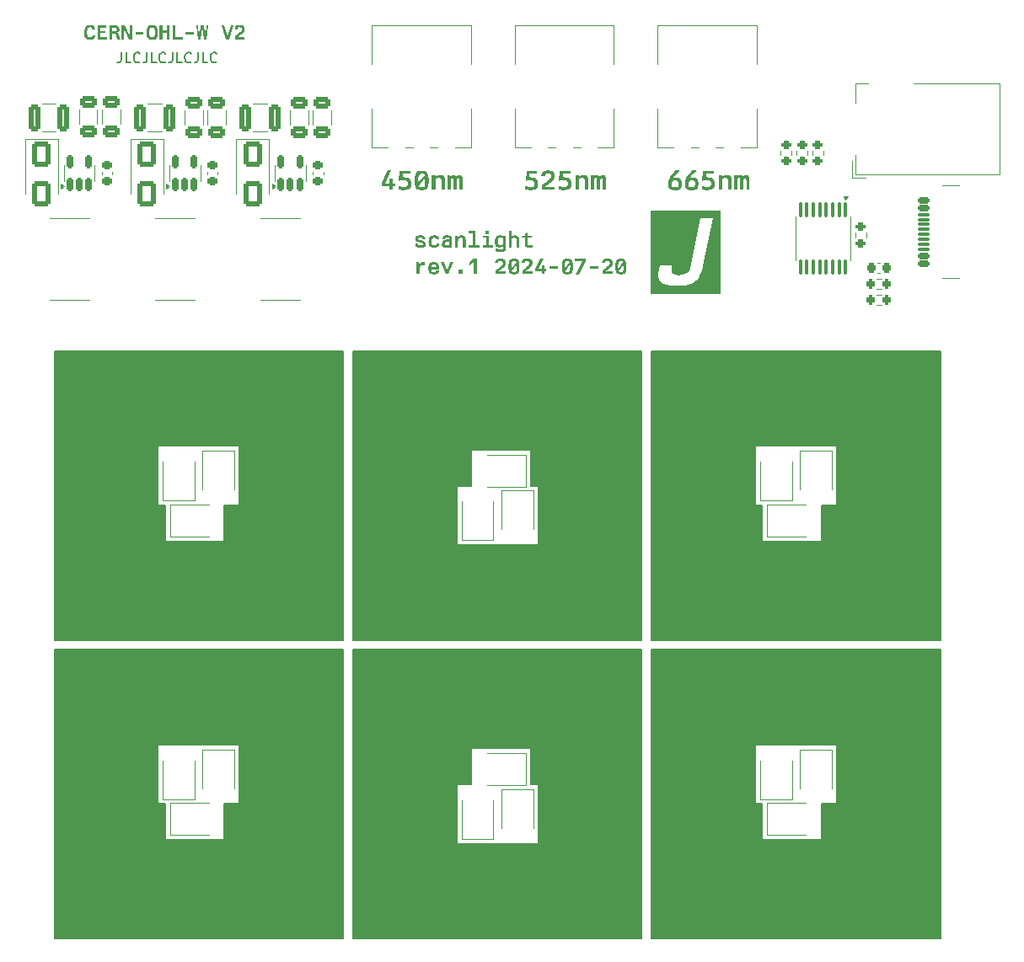
<source format=gto>
G04 #@! TF.GenerationSoftware,KiCad,Pcbnew,8.0.4*
G04 #@! TF.CreationDate,2024-08-02T19:36:33-07:00*
G04 #@! TF.ProjectId,backlight,6261636b-6c69-4676-9874-2e6b69636164,rev?*
G04 #@! TF.SameCoordinates,Original*
G04 #@! TF.FileFunction,Legend,Top*
G04 #@! TF.FilePolarity,Positive*
%FSLAX46Y46*%
G04 Gerber Fmt 4.6, Leading zero omitted, Abs format (unit mm)*
G04 Created by KiCad (PCBNEW 8.0.4) date 2024-08-02 19:36:33*
%MOMM*%
%LPD*%
G01*
G04 APERTURE LIST*
G04 Aperture macros list*
%AMRoundRect*
0 Rectangle with rounded corners*
0 $1 Rounding radius*
0 $2 $3 $4 $5 $6 $7 $8 $9 X,Y pos of 4 corners*
0 Add a 4 corners polygon primitive as box body*
4,1,4,$2,$3,$4,$5,$6,$7,$8,$9,$2,$3,0*
0 Add four circle primitives for the rounded corners*
1,1,$1+$1,$2,$3*
1,1,$1+$1,$4,$5*
1,1,$1+$1,$6,$7*
1,1,$1+$1,$8,$9*
0 Add four rect primitives between the rounded corners*
20,1,$1+$1,$2,$3,$4,$5,0*
20,1,$1+$1,$4,$5,$6,$7,0*
20,1,$1+$1,$6,$7,$8,$9,0*
20,1,$1+$1,$8,$9,$2,$3,0*%
G04 Aperture macros list end*
%ADD10C,0.150000*%
%ADD11C,0.400000*%
%ADD12C,0.375000*%
%ADD13C,0.120000*%
%ADD14C,0.100000*%
%ADD15C,2.575000*%
%ADD16C,4.000000*%
%ADD17C,1.800000*%
%ADD18RoundRect,0.150000X0.150000X-0.512500X0.150000X0.512500X-0.150000X0.512500X-0.150000X-0.512500X0*%
%ADD19RoundRect,0.200000X0.275000X-0.200000X0.275000X0.200000X-0.275000X0.200000X-0.275000X-0.200000X0*%
%ADD20RoundRect,0.250000X-0.325000X-1.100000X0.325000X-1.100000X0.325000X1.100000X-0.325000X1.100000X0*%
%ADD21R,1.550000X2.200000*%
%ADD22R,2.500000X2.200000*%
%ADD23RoundRect,0.250000X-0.625000X0.312500X-0.625000X-0.312500X0.625000X-0.312500X0.625000X0.312500X0*%
%ADD24C,2.200000*%
%ADD25RoundRect,0.225000X0.225000X0.250000X-0.225000X0.250000X-0.225000X-0.250000X0.225000X-0.250000X0*%
%ADD26RoundRect,0.250000X-0.650000X1.000000X-0.650000X-1.000000X0.650000X-1.000000X0.650000X1.000000X0*%
%ADD27RoundRect,0.225000X-0.250000X0.225000X-0.250000X-0.225000X0.250000X-0.225000X0.250000X0.225000X0*%
%ADD28R,2.200000X1.550000*%
%ADD29R,2.200000X2.500000*%
%ADD30RoundRect,0.100000X-0.100000X0.637500X-0.100000X-0.637500X0.100000X-0.637500X0.100000X0.637500X0*%
%ADD31O,1.800000X1.000000*%
%ADD32O,2.100000X1.000000*%
%ADD33RoundRect,0.150000X0.425000X-0.150000X0.425000X0.150000X-0.425000X0.150000X-0.425000X-0.150000X0*%
%ADD34RoundRect,0.075000X0.500000X-0.075000X0.500000X0.075000X-0.500000X0.075000X-0.500000X-0.075000X0*%
%ADD35C,0.650000*%
%ADD36RoundRect,0.200000X-0.275000X0.200000X-0.275000X-0.200000X0.275000X-0.200000X0.275000X0.200000X0*%
%ADD37R,2.850000X6.600000*%
%ADD38O,4.200000X2.000000*%
%ADD39O,2.000000X4.200000*%
%ADD40R,2.000000X4.600000*%
%ADD41RoundRect,0.200000X-0.200000X-0.275000X0.200000X-0.275000X0.200000X0.275000X-0.200000X0.275000X0*%
G04 APERTURE END LIST*
D10*
X116500000Y-133000000D02*
X106100000Y-133000000D01*
X106100000Y-127000000D01*
X97900000Y-127000000D01*
X97900000Y-133000000D01*
X87500000Y-133000000D01*
X87500000Y-117500000D01*
X116500000Y-117500000D01*
X116500000Y-133000000D01*
G36*
X116500000Y-133000000D02*
G01*
X106100000Y-133000000D01*
X106100000Y-127000000D01*
X97900000Y-127000000D01*
X97900000Y-133000000D01*
X87500000Y-133000000D01*
X87500000Y-117500000D01*
X116500000Y-117500000D01*
X116500000Y-133000000D01*
G37*
X98600000Y-106600000D02*
X104600000Y-106600000D01*
X104600000Y-103000000D01*
X116500000Y-103000000D01*
X116500000Y-116500000D01*
X87500000Y-116500000D01*
X87500000Y-103000000D01*
X98600000Y-103000000D01*
X98600000Y-106600000D01*
G36*
X98600000Y-106600000D02*
G01*
X104600000Y-106600000D01*
X104600000Y-103000000D01*
X116500000Y-103000000D01*
X116500000Y-116500000D01*
X87500000Y-116500000D01*
X87500000Y-103000000D01*
X98600000Y-103000000D01*
X98600000Y-106600000D01*
G37*
X127900000Y-107000000D02*
X136100000Y-107000000D01*
X136100000Y-101000000D01*
X146500000Y-101000000D01*
X146500000Y-116500000D01*
X117500000Y-116500000D01*
X117500000Y-101000000D01*
X127900000Y-101000000D01*
X127900000Y-107000000D01*
G36*
X127900000Y-107000000D02*
G01*
X136100000Y-107000000D01*
X136100000Y-101000000D01*
X146500000Y-101000000D01*
X146500000Y-116500000D01*
X117500000Y-116500000D01*
X117500000Y-101000000D01*
X127900000Y-101000000D01*
X127900000Y-107000000D01*
G37*
X127900000Y-137000000D02*
X136100000Y-137000000D01*
X136100000Y-131000000D01*
X146500000Y-131000000D01*
X146500000Y-146500000D01*
X117500000Y-146500000D01*
X117500000Y-131000000D01*
X127900000Y-131000000D01*
X127900000Y-137000000D01*
G36*
X127900000Y-137000000D02*
G01*
X136100000Y-137000000D01*
X136100000Y-131000000D01*
X146500000Y-131000000D01*
X146500000Y-146500000D01*
X117500000Y-146500000D01*
X117500000Y-131000000D01*
X127900000Y-131000000D01*
X127900000Y-137000000D01*
G37*
X176500000Y-133000000D02*
X166100000Y-133000000D01*
X166100000Y-127000000D01*
X157900000Y-127000000D01*
X157900000Y-133000000D01*
X147500000Y-133000000D01*
X147500000Y-117500000D01*
X176500000Y-117500000D01*
X176500000Y-133000000D01*
G36*
X176500000Y-133000000D02*
G01*
X166100000Y-133000000D01*
X166100000Y-127000000D01*
X157900000Y-127000000D01*
X157900000Y-133000000D01*
X147500000Y-133000000D01*
X147500000Y-117500000D01*
X176500000Y-117500000D01*
X176500000Y-133000000D01*
G37*
X146500000Y-131000000D02*
X135400000Y-131000000D01*
X135400001Y-127400000D01*
X129400000Y-127400000D01*
X129399999Y-131000000D01*
X117500000Y-131000000D01*
X117500000Y-117500000D01*
X146500000Y-117500000D01*
X146500000Y-131000000D01*
G36*
X146500000Y-131000000D02*
G01*
X135400000Y-131000000D01*
X135400001Y-127400000D01*
X129400000Y-127400000D01*
X129399999Y-131000000D01*
X117500000Y-131000000D01*
X117500000Y-117500000D01*
X146500000Y-117500000D01*
X146500000Y-131000000D01*
G37*
X146500000Y-101000000D02*
X135400001Y-101000000D01*
X135400000Y-97400000D01*
X129399999Y-97400000D01*
X129400000Y-101000000D01*
X117500000Y-101000000D01*
X117500000Y-87500000D01*
X146500000Y-87500000D01*
X146500000Y-101000000D01*
G36*
X146500000Y-101000000D02*
G01*
X135400001Y-101000000D01*
X135400000Y-97400000D01*
X129399999Y-97400000D01*
X129400000Y-101000000D01*
X117500000Y-101000000D01*
X117500000Y-87500000D01*
X146500000Y-87500000D01*
X146500000Y-101000000D01*
G37*
X176500000Y-103000000D02*
X166100000Y-103000000D01*
X166100000Y-97000000D01*
X157900000Y-97000000D01*
X157900000Y-103000000D01*
X147500000Y-103000000D01*
X147500000Y-87500000D01*
X176500000Y-87500000D01*
X176500000Y-103000000D01*
G36*
X176500000Y-103000000D02*
G01*
X166100000Y-103000000D01*
X166100000Y-97000000D01*
X157900000Y-97000000D01*
X157900000Y-103000000D01*
X147500000Y-103000000D01*
X147500000Y-87500000D01*
X176500000Y-87500000D01*
X176500000Y-103000000D01*
G37*
X98600000Y-136600000D02*
X104600000Y-136600000D01*
X104600000Y-133000000D01*
X116500000Y-133000000D01*
X116500000Y-146500000D01*
X87500000Y-146500000D01*
X87500000Y-133000000D01*
X98600000Y-133000000D01*
X98600000Y-136600000D01*
G36*
X98600000Y-136600000D02*
G01*
X104600000Y-136600000D01*
X104600000Y-133000000D01*
X116500000Y-133000000D01*
X116500000Y-146500000D01*
X87500000Y-146500000D01*
X87500000Y-133000000D01*
X98600000Y-133000000D01*
X98600000Y-136600000D01*
G37*
X116500000Y-103000000D02*
X106100000Y-103000000D01*
X106100000Y-97000000D01*
X97900000Y-97000000D01*
X97900000Y-103000000D01*
X87500000Y-103000000D01*
X87500000Y-87500000D01*
X116500000Y-87500000D01*
X116500000Y-103000000D01*
G36*
X116500000Y-103000000D02*
G01*
X106100000Y-103000000D01*
X106100000Y-97000000D01*
X97900000Y-97000000D01*
X97900000Y-103000000D01*
X87500000Y-103000000D01*
X87500000Y-87500000D01*
X116500000Y-87500000D01*
X116500000Y-103000000D01*
G37*
X158600000Y-136600000D02*
X164600000Y-136600000D01*
X164600000Y-133000000D01*
X176500000Y-133000000D01*
X176500000Y-146500000D01*
X147500000Y-146500000D01*
X147500000Y-133000000D01*
X158600000Y-133000000D01*
X158600000Y-136600000D01*
G36*
X158600000Y-136600000D02*
G01*
X164600000Y-136600000D01*
X164600000Y-133000000D01*
X176500000Y-133000000D01*
X176500000Y-146500000D01*
X147500000Y-146500000D01*
X147500000Y-133000000D01*
X158600000Y-133000000D01*
X158600000Y-136600000D01*
G37*
X158600000Y-106600000D02*
X164600000Y-106600000D01*
X164600000Y-103000000D01*
X176500000Y-103000000D01*
X176500000Y-116500000D01*
X147500000Y-116500000D01*
X147500000Y-103000000D01*
X158600000Y-103000000D01*
X158600000Y-106600000D01*
G36*
X158600000Y-106600000D02*
G01*
X164600000Y-106600000D01*
X164600000Y-103000000D01*
X176500000Y-103000000D01*
X176500000Y-116500000D01*
X147500000Y-116500000D01*
X147500000Y-103000000D01*
X158600000Y-103000000D01*
X158600000Y-106600000D01*
G37*
D11*
G36*
X124276454Y-77065010D02*
G01*
X124383074Y-77062794D01*
X124475517Y-77055772D01*
X124554589Y-77043385D01*
X124640612Y-77017553D01*
X124719637Y-76968425D01*
X124770473Y-76898167D01*
X124796850Y-76804185D01*
X124802847Y-76710174D01*
X124795120Y-76617332D01*
X124769881Y-76540459D01*
X124724045Y-76477030D01*
X124654526Y-76424524D01*
X124579786Y-76388689D01*
X124486333Y-76356939D01*
X124403013Y-76335031D01*
X124372588Y-76327983D01*
X124281242Y-76306504D01*
X124189886Y-76282901D01*
X124110433Y-76257766D01*
X124039944Y-76218277D01*
X124027522Y-76188080D01*
X124055116Y-76111020D01*
X124131063Y-76079474D01*
X124220564Y-76071194D01*
X124269420Y-76070453D01*
X124356515Y-76073843D01*
X124437432Y-76091079D01*
X124495078Y-76145735D01*
X124507020Y-76203712D01*
X124775882Y-76203712D01*
X124769448Y-76107391D01*
X124750640Y-76028266D01*
X124706840Y-75951498D01*
X124637041Y-75896882D01*
X124559994Y-75867377D01*
X124462040Y-75849031D01*
X124373716Y-75841786D01*
X124271765Y-75839497D01*
X124167502Y-75841659D01*
X124077086Y-75848510D01*
X123999734Y-75860597D01*
X123915561Y-75885803D01*
X123838209Y-75933740D01*
X123788427Y-76002296D01*
X123762584Y-76094002D01*
X123756706Y-76185736D01*
X123764945Y-76274209D01*
X123799717Y-76359206D01*
X123866921Y-76425386D01*
X123951735Y-76469428D01*
X124040776Y-76499279D01*
X124121004Y-76519407D01*
X124213538Y-76538227D01*
X124296472Y-76555013D01*
X124379481Y-76576128D01*
X124461151Y-76608374D01*
X124519110Y-76666652D01*
X124527341Y-76712519D01*
X124503604Y-76789423D01*
X124430574Y-76824715D01*
X124342549Y-76833854D01*
X124276454Y-76834445D01*
X124193667Y-76830333D01*
X124108019Y-76812786D01*
X124042550Y-76764997D01*
X124017652Y-76682113D01*
X124016580Y-76658199D01*
X123741074Y-76658199D01*
X123742166Y-76741011D01*
X123755876Y-76834243D01*
X123785375Y-76909250D01*
X123847418Y-76979720D01*
X123919558Y-77019343D01*
X124013814Y-77045739D01*
X124100189Y-77057783D01*
X124200920Y-77063902D01*
X124276454Y-77065010D01*
G37*
G36*
X125654766Y-77065010D02*
G01*
X125753266Y-77062486D01*
X125838708Y-77054502D01*
X125933684Y-77034301D01*
X126008722Y-77001837D01*
X126077337Y-76941789D01*
X126121386Y-76857446D01*
X126141394Y-76770562D01*
X126149895Y-76664842D01*
X125881032Y-76664842D01*
X125855747Y-76744087D01*
X125802549Y-76803807D01*
X125724854Y-76827125D01*
X125666099Y-76830146D01*
X125586231Y-76825996D01*
X125506258Y-76807684D01*
X125436586Y-76762904D01*
X125392096Y-76688854D01*
X125371583Y-76601429D01*
X125364466Y-76512719D01*
X125363628Y-76461632D01*
X125365538Y-76383105D01*
X125374571Y-76294606D01*
X125397796Y-76208017D01*
X125445931Y-76135676D01*
X125519590Y-76093217D01*
X125603077Y-76077181D01*
X125663754Y-76074752D01*
X125745061Y-76081561D01*
X125816699Y-76114612D01*
X125859682Y-76182532D01*
X125879078Y-76264675D01*
X126149895Y-76264675D01*
X126145063Y-76178250D01*
X126128463Y-76080900D01*
X126098567Y-76002531D01*
X126039692Y-75928841D01*
X125973147Y-75887369D01*
X125887322Y-75859714D01*
X125809193Y-75847084D01*
X125718406Y-75840661D01*
X125650467Y-75839497D01*
X125536789Y-75843388D01*
X125438291Y-75855705D01*
X125354100Y-75877414D01*
X125262591Y-75922640D01*
X125192895Y-75988569D01*
X125142942Y-76077492D01*
X125117187Y-76160652D01*
X125100500Y-76259000D01*
X125092008Y-76373502D01*
X125090467Y-76459288D01*
X125092030Y-76543435D01*
X125100637Y-76655653D01*
X125117529Y-76751933D01*
X125143571Y-76833247D01*
X125194022Y-76920064D01*
X125264331Y-76984304D01*
X125356547Y-77028272D01*
X125441322Y-77049330D01*
X125540439Y-77061252D01*
X125654766Y-77065010D01*
G37*
G36*
X126990075Y-75839784D02*
G01*
X127086362Y-75844262D01*
X127169473Y-75854642D01*
X127261116Y-75878714D01*
X127347418Y-75927278D01*
X127405640Y-75998997D01*
X127434388Y-76074937D01*
X127449256Y-76168943D01*
X127452393Y-76252170D01*
X127452393Y-77040000D01*
X127197208Y-77040000D01*
X127197208Y-76905959D01*
X127179232Y-76905959D01*
X127147610Y-76948248D01*
X127091109Y-77004265D01*
X127017384Y-77043892D01*
X126937426Y-77060914D01*
X126852142Y-77065010D01*
X126822759Y-77064764D01*
X126718001Y-77058490D01*
X126632521Y-77042716D01*
X126550421Y-77007522D01*
X126493001Y-76952604D01*
X126457238Y-76875252D01*
X126442188Y-76795396D01*
X126437515Y-76698060D01*
X126438073Y-76676957D01*
X126711067Y-76676957D01*
X126713181Y-76718068D01*
X126745344Y-76794880D01*
X126817759Y-76826532D01*
X126899036Y-76832100D01*
X126973557Y-76828256D01*
X127060970Y-76806044D01*
X127130463Y-76749947D01*
X127166456Y-76670973D01*
X127182686Y-76580026D01*
X127188220Y-76488988D01*
X126966252Y-76491332D01*
X126930929Y-76492254D01*
X126843288Y-76501487D01*
X126764801Y-76532121D01*
X126720269Y-76597952D01*
X126711067Y-76676957D01*
X126438073Y-76676957D01*
X126439111Y-76637680D01*
X126447899Y-76557211D01*
X126472926Y-76467667D01*
X126515081Y-76396864D01*
X126576458Y-76343114D01*
X126659149Y-76304734D01*
X126736413Y-76285020D01*
X126827728Y-76272293D01*
X126933975Y-76265841D01*
X127013538Y-76264675D01*
X127190174Y-76264675D01*
X127190174Y-76252170D01*
X127178969Y-76163894D01*
X127126070Y-76097406D01*
X127044108Y-76073005D01*
X126954919Y-76068108D01*
X126898995Y-76069811D01*
X126816839Y-76085069D01*
X126758947Y-76138672D01*
X126748974Y-76217780D01*
X126475812Y-76217780D01*
X126477534Y-76118050D01*
X126492366Y-76036015D01*
X126532016Y-75956290D01*
X126598319Y-75899449D01*
X126672854Y-75868673D01*
X126768392Y-75849492D01*
X126854885Y-75841900D01*
X126954919Y-75839497D01*
X126990075Y-75839784D01*
G37*
G36*
X127780265Y-77040000D02*
G01*
X128053817Y-77040000D01*
X128053817Y-76431933D01*
X128057024Y-76339582D01*
X128071106Y-76247058D01*
X128105353Y-76166389D01*
X128173485Y-76108765D01*
X128259889Y-76085788D01*
X128333621Y-76081786D01*
X128416072Y-76087409D01*
X128491781Y-76115525D01*
X128537667Y-76182329D01*
X128550306Y-76265390D01*
X128550900Y-76294766D01*
X128550900Y-77040000D01*
X128824452Y-77040000D01*
X128824452Y-76299455D01*
X128821733Y-76206213D01*
X128813128Y-76125389D01*
X128791336Y-76035715D01*
X128756291Y-75965177D01*
X128691419Y-75901354D01*
X128620728Y-75867726D01*
X128531603Y-75847772D01*
X128451705Y-75840769D01*
X128391849Y-75839497D01*
X128308754Y-75844404D01*
X128230472Y-75864805D01*
X128158043Y-75912312D01*
X128102632Y-75979484D01*
X128071793Y-76030202D01*
X128053817Y-76030202D01*
X128053817Y-75864508D01*
X127780265Y-75864508D01*
X127780265Y-77040000D01*
G37*
G36*
X129121060Y-77040000D02*
G01*
X130182833Y-77040000D01*
X130182833Y-76807090D01*
X129799469Y-76807090D01*
X129799469Y-75406503D01*
X129143335Y-75406503D01*
X129143335Y-75639413D01*
X129530997Y-75639413D01*
X129530997Y-76807090D01*
X129121060Y-76807090D01*
X129121060Y-77040000D01*
G37*
G36*
X130840139Y-75725387D02*
G01*
X131182861Y-75725387D01*
X131182861Y-75409239D01*
X130840139Y-75409239D01*
X130840139Y-75725387D01*
G37*
G36*
X130515003Y-77040000D02*
G01*
X131547857Y-77040000D01*
X131547857Y-76809434D01*
X131173872Y-76809434D01*
X131173872Y-75870760D01*
X130537669Y-75870760D01*
X130537669Y-76101716D01*
X130905010Y-76101716D01*
X130905010Y-76809434D01*
X130515003Y-76809434D01*
X130515003Y-77040000D01*
G37*
G36*
X132316427Y-75839958D02*
G01*
X132407040Y-75849672D01*
X132483985Y-75879247D01*
X132541005Y-75932914D01*
X132581493Y-76003237D01*
X132599469Y-76003237D01*
X132599469Y-75864508D01*
X132861688Y-75864508D01*
X132861688Y-77065792D01*
X132858358Y-77156426D01*
X132842567Y-77258799D01*
X132812029Y-77341498D01*
X132764807Y-77406097D01*
X132698962Y-77454164D01*
X132612560Y-77487270D01*
X132533100Y-77503228D01*
X132440170Y-77512316D01*
X132332951Y-77515198D01*
X132296787Y-77514933D01*
X132197682Y-77510772D01*
X132112029Y-77501112D01*
X132017353Y-77478665D01*
X131943242Y-77444012D01*
X131876606Y-77381418D01*
X131835373Y-77294874D01*
X131818163Y-77206575D01*
X131813203Y-77128318D01*
X132088709Y-77128318D01*
X132089440Y-77139925D01*
X132109083Y-77222219D01*
X132172205Y-77273100D01*
X132253436Y-77288409D01*
X132334905Y-77291277D01*
X132417540Y-77286881D01*
X132502620Y-77263518D01*
X132562223Y-77206421D01*
X132587316Y-77124274D01*
X132592826Y-77044298D01*
X132594780Y-76874305D01*
X132577194Y-76874305D01*
X132548906Y-76927821D01*
X132494595Y-76989030D01*
X132417864Y-77024451D01*
X132337843Y-77037025D01*
X132252058Y-77040000D01*
X132187596Y-77038383D01*
X132100883Y-77029461D01*
X132003030Y-77003983D01*
X131924274Y-76960952D01*
X131863302Y-76898152D01*
X131818800Y-76813364D01*
X131795440Y-76734012D01*
X131780050Y-76640110D01*
X131772077Y-76530725D01*
X131770607Y-76448736D01*
X132043768Y-76448736D01*
X132046886Y-76544009D01*
X132056920Y-76622314D01*
X132087161Y-76710833D01*
X132149575Y-76775510D01*
X132230254Y-76802939D01*
X132319274Y-76809434D01*
X132357057Y-76808436D01*
X132437185Y-76796367D01*
X132508533Y-76760895D01*
X132555989Y-76698337D01*
X132579704Y-76622314D01*
X132589711Y-76544009D01*
X132592826Y-76448736D01*
X132592639Y-76422036D01*
X132587894Y-76326761D01*
X132576009Y-76248898D01*
X132542618Y-76161757D01*
X132487571Y-76106092D01*
X132407513Y-76077282D01*
X132319274Y-76070453D01*
X132281146Y-76071503D01*
X132200340Y-76084186D01*
X132128469Y-76121435D01*
X132080736Y-76187078D01*
X132056920Y-76266806D01*
X132046886Y-76348894D01*
X132043768Y-76448736D01*
X131770607Y-76448736D01*
X131772038Y-76364421D01*
X131779913Y-76251879D01*
X131795361Y-76155211D01*
X131819165Y-76073469D01*
X131865258Y-75986056D01*
X131929462Y-75921243D01*
X132013635Y-75876780D01*
X132090987Y-75855435D01*
X132181403Y-75843323D01*
X132285666Y-75839497D01*
X132316427Y-75839958D01*
G37*
G36*
X133151263Y-77040000D02*
G01*
X133424815Y-77040000D01*
X133424815Y-76429588D01*
X133427921Y-76335044D01*
X133437943Y-76257445D01*
X133461799Y-76182237D01*
X133509757Y-76120500D01*
X133582162Y-76085605D01*
X133663738Y-76073774D01*
X133702274Y-76072798D01*
X133785812Y-76078452D01*
X133862361Y-76106930D01*
X133908613Y-76175083D01*
X133921303Y-76260266D01*
X133921898Y-76290467D01*
X133921898Y-77040000D01*
X134195450Y-77040000D01*
X134195450Y-76294766D01*
X134192729Y-76202181D01*
X134184113Y-76122003D01*
X134162274Y-76033153D01*
X134116069Y-75948702D01*
X134045908Y-75890708D01*
X133970410Y-75861119D01*
X133875944Y-75844618D01*
X133791674Y-75839804D01*
X133760893Y-75839497D01*
X133678101Y-75844373D01*
X133598993Y-75864491D01*
X133525837Y-75910987D01*
X133471606Y-75976343D01*
X133442791Y-76025512D01*
X133424815Y-76025512D01*
X133424815Y-75407285D01*
X133151263Y-75407285D01*
X133151263Y-77040000D01*
G37*
G36*
X135159525Y-77065010D02*
G01*
X135239817Y-77062500D01*
X135326287Y-77056331D01*
X135411052Y-77048194D01*
X135488811Y-77039379D01*
X135515533Y-77036092D01*
X135515533Y-76800446D01*
X135430268Y-76812469D01*
X135348738Y-76821836D01*
X135263908Y-76827379D01*
X135235729Y-76827801D01*
X135153809Y-76823185D01*
X135079866Y-76795859D01*
X135046048Y-76720481D01*
X135043070Y-76655854D01*
X135043070Y-76095464D01*
X135479972Y-76095464D01*
X135479972Y-75864508D01*
X135043070Y-75864508D01*
X135043070Y-75517487D01*
X134783196Y-75627299D01*
X134783196Y-75864508D01*
X134538953Y-75864508D01*
X134485024Y-76095464D01*
X134774207Y-76095464D01*
X134774207Y-76664842D01*
X134777252Y-76759006D01*
X134788087Y-76840465D01*
X134816470Y-76924495D01*
X134865993Y-76988836D01*
X134941637Y-77033578D01*
X135024308Y-77055321D01*
X135129435Y-77064623D01*
X135159525Y-77065010D01*
G37*
G36*
X123895436Y-79728000D02*
G01*
X124164298Y-79728000D01*
X124164298Y-79155885D01*
X124176264Y-79075174D01*
X124208090Y-78996049D01*
X124253672Y-78925622D01*
X124316093Y-78863933D01*
X124379232Y-78835048D01*
X124459199Y-78827242D01*
X124543512Y-78823528D01*
X124623505Y-78823068D01*
X124705882Y-78825469D01*
X124717655Y-78826060D01*
X124717655Y-78557197D01*
X124634608Y-78554874D01*
X124555425Y-78553243D01*
X124498032Y-78552508D01*
X124407721Y-78554164D01*
X124327096Y-78573550D01*
X124262489Y-78634160D01*
X124215968Y-78703444D01*
X124168949Y-78780956D01*
X124155310Y-78803785D01*
X124130690Y-78803785D01*
X124142023Y-78552508D01*
X123895436Y-78552508D01*
X123895436Y-79728000D01*
G37*
G36*
X125728662Y-78532053D02*
G01*
X125825240Y-78546431D01*
X125907421Y-78571692D01*
X125996036Y-78624139D01*
X126062496Y-78700344D01*
X126098983Y-78774602D01*
X126124943Y-78864703D01*
X126141203Y-78971709D01*
X126147064Y-79052963D01*
X126149228Y-79142517D01*
X126147941Y-79240686D01*
X125352686Y-79240686D01*
X125356189Y-79280172D01*
X125370642Y-79363517D01*
X125407853Y-79446819D01*
X125470114Y-79496727D01*
X125547806Y-79517578D01*
X125632491Y-79522445D01*
X125679050Y-79520757D01*
X125758970Y-79502389D01*
X125821535Y-79444794D01*
X125852114Y-79372382D01*
X126129965Y-79372382D01*
X126115422Y-79449581D01*
X126089162Y-79536607D01*
X126042683Y-79621787D01*
X125977642Y-79683289D01*
X125890408Y-79723842D01*
X125802202Y-79743033D01*
X125724082Y-79750614D01*
X125634836Y-79753010D01*
X125557664Y-79751309D01*
X125454639Y-79741928D01*
X125366126Y-79723487D01*
X125291260Y-79695016D01*
X125211175Y-79639771D01*
X125151771Y-79562662D01*
X125119558Y-79489096D01*
X125096962Y-79400964D01*
X125083121Y-79297295D01*
X125078330Y-79219070D01*
X125076789Y-79133219D01*
X125078278Y-79049137D01*
X125079845Y-79027706D01*
X125354640Y-79027706D01*
X125881032Y-79027706D01*
X125880815Y-79008608D01*
X125872962Y-78925512D01*
X125841607Y-78841006D01*
X125773568Y-78783572D01*
X125697702Y-78763248D01*
X125616859Y-78758453D01*
X125600154Y-78758634D01*
X125512077Y-78768109D01*
X125434903Y-78800691D01*
X125384110Y-78861625D01*
X125360639Y-78940531D01*
X125354640Y-79027706D01*
X125079845Y-79027706D01*
X125086481Y-78936984D01*
X125102594Y-78840739D01*
X125127454Y-78759434D01*
X125175660Y-78672599D01*
X125242895Y-78608318D01*
X125331148Y-78564302D01*
X125412327Y-78543211D01*
X125507284Y-78531264D01*
X125616859Y-78527497D01*
X125728662Y-78532053D01*
G37*
G36*
X126825177Y-79728000D02*
G01*
X127089351Y-79728000D01*
X127571193Y-78552508D01*
X127286699Y-78552508D01*
X126966252Y-79398956D01*
X126948276Y-79398956D01*
X126628220Y-78552508D01*
X126343726Y-78552508D01*
X126825177Y-79728000D01*
G37*
G36*
X128087424Y-79728000D02*
G01*
X128512993Y-79728000D01*
X128512993Y-79318062D01*
X128087424Y-79318062D01*
X128087424Y-79728000D01*
G37*
G36*
X129645108Y-79728000D02*
G01*
X129922958Y-79728000D01*
X129922958Y-78202361D01*
X129645108Y-78202361D01*
X129163265Y-78527497D01*
X129163265Y-78827232D01*
X129566559Y-78575173D01*
X129654096Y-78504050D01*
X129645108Y-78643170D01*
X129645108Y-79728000D01*
G37*
G36*
X131806559Y-79357923D02*
G01*
X131806559Y-79728000D01*
X132854654Y-79728000D01*
X132854654Y-79477113D01*
X132095352Y-79477113D01*
X132095352Y-79457183D01*
X132172692Y-79402525D01*
X132242647Y-79352160D01*
X132306113Y-79305372D01*
X132382196Y-79247320D01*
X132450473Y-79192663D01*
X132513071Y-79139707D01*
X132572122Y-79086759D01*
X132629754Y-79032122D01*
X132673328Y-78989018D01*
X132734804Y-78921778D01*
X132785493Y-78848605D01*
X132816733Y-78774100D01*
X132831886Y-78690899D01*
X132834724Y-78622068D01*
X132831455Y-78531640D01*
X132821102Y-78453326D01*
X132794863Y-78366538D01*
X132752632Y-78298371D01*
X132692467Y-78247157D01*
X132612427Y-78211230D01*
X132510570Y-78188922D01*
X132418692Y-78180126D01*
X132312630Y-78177351D01*
X132207049Y-78180186D01*
X132115278Y-78189151D01*
X132036474Y-78204937D01*
X131950119Y-78237785D01*
X131883322Y-78285618D01*
X131834088Y-78350072D01*
X131800420Y-78432781D01*
X131780322Y-78535381D01*
X131772951Y-78626367D01*
X132059399Y-78626367D01*
X132071253Y-78547937D01*
X132107976Y-78475907D01*
X132175555Y-78435394D01*
X132265961Y-78420930D01*
X132314975Y-78419639D01*
X132406157Y-78424794D01*
X132481382Y-78446109D01*
X132536434Y-78503809D01*
X132553882Y-78589977D01*
X132554528Y-78617378D01*
X132545894Y-78699378D01*
X132508237Y-78774632D01*
X132480669Y-78806520D01*
X132423548Y-78861840D01*
X132355852Y-78922744D01*
X132290746Y-78978161D01*
X132213155Y-79041737D01*
X132145238Y-79095999D01*
X132067795Y-79156856D01*
X131979755Y-79225168D01*
X131914645Y-79275275D01*
X131844030Y-79329333D01*
X131806559Y-79357923D01*
G37*
G36*
X133732801Y-78190996D02*
G01*
X133815111Y-78195299D01*
X133907302Y-78208211D01*
X133998201Y-78238544D01*
X134067083Y-78288092D01*
X134119331Y-78360551D01*
X134152773Y-78437496D01*
X134181772Y-78533359D01*
X134186360Y-78551174D01*
X134203648Y-78631893D01*
X134216250Y-78719234D01*
X134224140Y-78810458D01*
X134228035Y-78900399D01*
X134229057Y-78982766D01*
X134228186Y-79057239D01*
X134224596Y-79139554D01*
X134216353Y-79228990D01*
X134203089Y-79315060D01*
X134184117Y-79401691D01*
X134169462Y-79455096D01*
X134137038Y-79545561D01*
X134087528Y-79630983D01*
X134023600Y-79689898D01*
X133940496Y-79726830D01*
X133857007Y-79743591D01*
X133755763Y-79751497D01*
X133666713Y-79753010D01*
X133579699Y-79751596D01*
X133480126Y-79744024D01*
X133397377Y-79727640D01*
X133314319Y-79690923D01*
X133249980Y-79631567D01*
X133209161Y-79564469D01*
X133175479Y-79477203D01*
X133160321Y-79421621D01*
X133447090Y-79421621D01*
X133451986Y-79434529D01*
X133504726Y-79492840D01*
X133584151Y-79512317D01*
X133668667Y-79515801D01*
X133687240Y-79515675D01*
X133777392Y-79509032D01*
X133857906Y-79476039D01*
X133897431Y-79407991D01*
X133917599Y-79325487D01*
X133921523Y-79306971D01*
X133934047Y-79229143D01*
X133942410Y-79145832D01*
X133947366Y-79054068D01*
X133948862Y-78962445D01*
X133948855Y-78956005D01*
X133947357Y-78874577D01*
X133942219Y-78794406D01*
X133447090Y-79421621D01*
X133160321Y-79421621D01*
X133153607Y-79397002D01*
X133151904Y-79389699D01*
X133135762Y-79308635D01*
X133124020Y-79224129D01*
X133116158Y-79134623D01*
X133112104Y-79046770D01*
X133111038Y-78969088D01*
X133391207Y-78969088D01*
X133391803Y-79027762D01*
X133394939Y-79107986D01*
X133402149Y-79191056D01*
X133906266Y-78552508D01*
X133888144Y-78503382D01*
X133830663Y-78448683D01*
X133747167Y-78430322D01*
X133666713Y-78427455D01*
X133576907Y-78431430D01*
X133492217Y-78457490D01*
X133443816Y-78526910D01*
X133422470Y-78608781D01*
X133417873Y-78633463D01*
X133405048Y-78716707D01*
X133397113Y-78797160D01*
X133392558Y-78883440D01*
X133391207Y-78969088D01*
X133111038Y-78969088D01*
X133111011Y-78967134D01*
X133112568Y-78872572D01*
X133116941Y-78789906D01*
X133125275Y-78704622D01*
X133138278Y-78621535D01*
X133158297Y-78535313D01*
X133179739Y-78461520D01*
X133211830Y-78379831D01*
X133261481Y-78301969D01*
X133326795Y-78247683D01*
X133413202Y-78213371D01*
X133501163Y-78197879D01*
X133579945Y-78192025D01*
X133671011Y-78190247D01*
X133732801Y-78190996D01*
G37*
G36*
X134492058Y-79357923D02*
G01*
X134492058Y-79728000D01*
X135540153Y-79728000D01*
X135540153Y-79477113D01*
X134780851Y-79477113D01*
X134780851Y-79457183D01*
X134858191Y-79402525D01*
X134928146Y-79352160D01*
X134991612Y-79305372D01*
X135067695Y-79247320D01*
X135135972Y-79192663D01*
X135198570Y-79139707D01*
X135257621Y-79086759D01*
X135315253Y-79032122D01*
X135358827Y-78989018D01*
X135420303Y-78921778D01*
X135470992Y-78848605D01*
X135502232Y-78774100D01*
X135517385Y-78690899D01*
X135520223Y-78622068D01*
X135516954Y-78531640D01*
X135506601Y-78453326D01*
X135480362Y-78366538D01*
X135438130Y-78298371D01*
X135377966Y-78247157D01*
X135297926Y-78211230D01*
X135196069Y-78188922D01*
X135104191Y-78180126D01*
X134998129Y-78177351D01*
X134892548Y-78180186D01*
X134800777Y-78189151D01*
X134721973Y-78204937D01*
X134635618Y-78237785D01*
X134568821Y-78285618D01*
X134519587Y-78350072D01*
X134485919Y-78432781D01*
X134465821Y-78535381D01*
X134458450Y-78626367D01*
X134744898Y-78626367D01*
X134756752Y-78547937D01*
X134793474Y-78475907D01*
X134861054Y-78435394D01*
X134951460Y-78420930D01*
X135000474Y-78419639D01*
X135091656Y-78424794D01*
X135166881Y-78446109D01*
X135221933Y-78503809D01*
X135239381Y-78589977D01*
X135240027Y-78617378D01*
X135231393Y-78699378D01*
X135193736Y-78774632D01*
X135166168Y-78806520D01*
X135109047Y-78861840D01*
X135041351Y-78922744D01*
X134976245Y-78978161D01*
X134898653Y-79041737D01*
X134830737Y-79095999D01*
X134753294Y-79156856D01*
X134665254Y-79225168D01*
X134600144Y-79275275D01*
X134529529Y-79329333D01*
X134492058Y-79357923D01*
G37*
G36*
X135818785Y-79452884D02*
G01*
X136439357Y-79452884D01*
X136439357Y-79728000D01*
X136708220Y-79728000D01*
X136708220Y-79452884D01*
X136916510Y-79452884D01*
X136916510Y-79210986D01*
X136708220Y-79210986D01*
X136708220Y-78852242D01*
X136439357Y-78852242D01*
X136439357Y-79210986D01*
X136101325Y-79210986D01*
X136609741Y-78177351D01*
X136309616Y-78177351D01*
X135818785Y-79197699D01*
X135818785Y-79452884D01*
G37*
G36*
X137273691Y-79177769D02*
G01*
X138124829Y-79177769D01*
X138124829Y-78931572D01*
X137273691Y-78931572D01*
X137273691Y-79177769D01*
G37*
G36*
X139103799Y-78190996D02*
G01*
X139186109Y-78195299D01*
X139278300Y-78208211D01*
X139369199Y-78238544D01*
X139438081Y-78288092D01*
X139490329Y-78360551D01*
X139523771Y-78437496D01*
X139552770Y-78533359D01*
X139557358Y-78551174D01*
X139574646Y-78631893D01*
X139587248Y-78719234D01*
X139595137Y-78810458D01*
X139599033Y-78900399D01*
X139600055Y-78982766D01*
X139599184Y-79057239D01*
X139595593Y-79139554D01*
X139587351Y-79228990D01*
X139574087Y-79315060D01*
X139555115Y-79401691D01*
X139540460Y-79455096D01*
X139508036Y-79545561D01*
X139458526Y-79630983D01*
X139394598Y-79689898D01*
X139311493Y-79726830D01*
X139228005Y-79743591D01*
X139126761Y-79751497D01*
X139037711Y-79753010D01*
X138950697Y-79751596D01*
X138851124Y-79744024D01*
X138768375Y-79727640D01*
X138685317Y-79690923D01*
X138620978Y-79631567D01*
X138580159Y-79564469D01*
X138546477Y-79477203D01*
X138531319Y-79421621D01*
X138818087Y-79421621D01*
X138822984Y-79434529D01*
X138875724Y-79492840D01*
X138955149Y-79512317D01*
X139039665Y-79515801D01*
X139058238Y-79515675D01*
X139148390Y-79509032D01*
X139228904Y-79476039D01*
X139268429Y-79407991D01*
X139288597Y-79325487D01*
X139292521Y-79306971D01*
X139305045Y-79229143D01*
X139313408Y-79145832D01*
X139318364Y-79054068D01*
X139319860Y-78962445D01*
X139319853Y-78956005D01*
X139318355Y-78874577D01*
X139313217Y-78794406D01*
X138818087Y-79421621D01*
X138531319Y-79421621D01*
X138524605Y-79397002D01*
X138522901Y-79389699D01*
X138506760Y-79308635D01*
X138495018Y-79224129D01*
X138487156Y-79134623D01*
X138483102Y-79046770D01*
X138482036Y-78969088D01*
X138762205Y-78969088D01*
X138762801Y-79027762D01*
X138765937Y-79107986D01*
X138773147Y-79191056D01*
X139277264Y-78552508D01*
X139259142Y-78503382D01*
X139201661Y-78448683D01*
X139118165Y-78430322D01*
X139037711Y-78427455D01*
X138947904Y-78431430D01*
X138863215Y-78457490D01*
X138814814Y-78526910D01*
X138793468Y-78608781D01*
X138788871Y-78633463D01*
X138776046Y-78716707D01*
X138768111Y-78797160D01*
X138763556Y-78883440D01*
X138762205Y-78969088D01*
X138482036Y-78969088D01*
X138482009Y-78967134D01*
X138483566Y-78872572D01*
X138487939Y-78789906D01*
X138496273Y-78704622D01*
X138509276Y-78621535D01*
X138529295Y-78535313D01*
X138550737Y-78461520D01*
X138582828Y-78379831D01*
X138632479Y-78301969D01*
X138697793Y-78247683D01*
X138784200Y-78213371D01*
X138872161Y-78197879D01*
X138950943Y-78192025D01*
X139042009Y-78190247D01*
X139103799Y-78190996D01*
G37*
G36*
X139900963Y-79753010D02*
G01*
X140214766Y-79753010D01*
X140866601Y-78471614D01*
X140866601Y-78202361D01*
X139822414Y-78202361D01*
X139822414Y-78457937D01*
X140564131Y-78457937D01*
X139900963Y-79753010D01*
G37*
G36*
X141301939Y-79177769D02*
G01*
X142153077Y-79177769D01*
X142153077Y-78931572D01*
X141301939Y-78931572D01*
X141301939Y-79177769D01*
G37*
G36*
X142548555Y-79357923D02*
G01*
X142548555Y-79728000D01*
X143596650Y-79728000D01*
X143596650Y-79477113D01*
X142837348Y-79477113D01*
X142837348Y-79457183D01*
X142914688Y-79402525D01*
X142984642Y-79352160D01*
X143048109Y-79305372D01*
X143124192Y-79247320D01*
X143192468Y-79192663D01*
X143255067Y-79139707D01*
X143314118Y-79086759D01*
X143371750Y-79032122D01*
X143415324Y-78989018D01*
X143476800Y-78921778D01*
X143527489Y-78848605D01*
X143558729Y-78774100D01*
X143573882Y-78690899D01*
X143576720Y-78622068D01*
X143573451Y-78531640D01*
X143563098Y-78453326D01*
X143536858Y-78366538D01*
X143494627Y-78298371D01*
X143434463Y-78247157D01*
X143354423Y-78211230D01*
X143252566Y-78188922D01*
X143160688Y-78180126D01*
X143054626Y-78177351D01*
X142949045Y-78180186D01*
X142857274Y-78189151D01*
X142778470Y-78204937D01*
X142692114Y-78237785D01*
X142625318Y-78285618D01*
X142576084Y-78350072D01*
X142542416Y-78432781D01*
X142522318Y-78535381D01*
X142514947Y-78626367D01*
X142801395Y-78626367D01*
X142813249Y-78547937D01*
X142849971Y-78475907D01*
X142917551Y-78435394D01*
X143007957Y-78420930D01*
X143056971Y-78419639D01*
X143148153Y-78424794D01*
X143223378Y-78446109D01*
X143278430Y-78503809D01*
X143295878Y-78589977D01*
X143296524Y-78617378D01*
X143287890Y-78699378D01*
X143250233Y-78774632D01*
X143222665Y-78806520D01*
X143165544Y-78861840D01*
X143097848Y-78922744D01*
X143032742Y-78978161D01*
X142955150Y-79041737D01*
X142887233Y-79095999D01*
X142809791Y-79156856D01*
X142721751Y-79225168D01*
X142656641Y-79275275D01*
X142586026Y-79329333D01*
X142548555Y-79357923D01*
G37*
G36*
X144474797Y-78190996D02*
G01*
X144557107Y-78195299D01*
X144649298Y-78208211D01*
X144740197Y-78238544D01*
X144809079Y-78288092D01*
X144861327Y-78360551D01*
X144894769Y-78437496D01*
X144923768Y-78533359D01*
X144928356Y-78551174D01*
X144945644Y-78631893D01*
X144958246Y-78719234D01*
X144966135Y-78810458D01*
X144970031Y-78900399D01*
X144971053Y-78982766D01*
X144970181Y-79057239D01*
X144966591Y-79139554D01*
X144958348Y-79228990D01*
X144945085Y-79315060D01*
X144926113Y-79401691D01*
X144911458Y-79455096D01*
X144879034Y-79545561D01*
X144829524Y-79630983D01*
X144765596Y-79689898D01*
X144682491Y-79726830D01*
X144599002Y-79743591D01*
X144497759Y-79751497D01*
X144408709Y-79753010D01*
X144321694Y-79751596D01*
X144222122Y-79744024D01*
X144139373Y-79727640D01*
X144056315Y-79690923D01*
X143991976Y-79631567D01*
X143951157Y-79564469D01*
X143917475Y-79477203D01*
X143902317Y-79421621D01*
X144189085Y-79421621D01*
X144193982Y-79434529D01*
X144246722Y-79492840D01*
X144326147Y-79512317D01*
X144410662Y-79515801D01*
X144429235Y-79515675D01*
X144519388Y-79509032D01*
X144599902Y-79476039D01*
X144639427Y-79407991D01*
X144659595Y-79325487D01*
X144663519Y-79306971D01*
X144676043Y-79229143D01*
X144684406Y-79145832D01*
X144689362Y-79054068D01*
X144690858Y-78962445D01*
X144690851Y-78956005D01*
X144689352Y-78874577D01*
X144684214Y-78794406D01*
X144189085Y-79421621D01*
X143902317Y-79421621D01*
X143895603Y-79397002D01*
X143893899Y-79389699D01*
X143877758Y-79308635D01*
X143866016Y-79224129D01*
X143858154Y-79134623D01*
X143854100Y-79046770D01*
X143853034Y-78969088D01*
X144133203Y-78969088D01*
X144133799Y-79027762D01*
X144136935Y-79107986D01*
X144144145Y-79191056D01*
X144648262Y-78552508D01*
X144630140Y-78503382D01*
X144572658Y-78448683D01*
X144489163Y-78430322D01*
X144408709Y-78427455D01*
X144318902Y-78431430D01*
X144234212Y-78457490D01*
X144185812Y-78526910D01*
X144164466Y-78608781D01*
X144159869Y-78633463D01*
X144147043Y-78716707D01*
X144139109Y-78797160D01*
X144134553Y-78883440D01*
X144133203Y-78969088D01*
X143853034Y-78969088D01*
X143853007Y-78967134D01*
X143854564Y-78872572D01*
X143858937Y-78789906D01*
X143867271Y-78704622D01*
X143880274Y-78621535D01*
X143900293Y-78535313D01*
X143921735Y-78461520D01*
X143953826Y-78379831D01*
X144003477Y-78301969D01*
X144068791Y-78247683D01*
X144155198Y-78213371D01*
X144243159Y-78197879D01*
X144321941Y-78192025D01*
X144413007Y-78190247D01*
X144474797Y-78190996D01*
G37*
D10*
X94222493Y-57469819D02*
X94222493Y-58184104D01*
X94222493Y-58184104D02*
X94174874Y-58326961D01*
X94174874Y-58326961D02*
X94079636Y-58422200D01*
X94079636Y-58422200D02*
X93936779Y-58469819D01*
X93936779Y-58469819D02*
X93841541Y-58469819D01*
X95174874Y-58469819D02*
X94698684Y-58469819D01*
X94698684Y-58469819D02*
X94698684Y-57469819D01*
X96079636Y-58374580D02*
X96032017Y-58422200D01*
X96032017Y-58422200D02*
X95889160Y-58469819D01*
X95889160Y-58469819D02*
X95793922Y-58469819D01*
X95793922Y-58469819D02*
X95651065Y-58422200D01*
X95651065Y-58422200D02*
X95555827Y-58326961D01*
X95555827Y-58326961D02*
X95508208Y-58231723D01*
X95508208Y-58231723D02*
X95460589Y-58041247D01*
X95460589Y-58041247D02*
X95460589Y-57898390D01*
X95460589Y-57898390D02*
X95508208Y-57707914D01*
X95508208Y-57707914D02*
X95555827Y-57612676D01*
X95555827Y-57612676D02*
X95651065Y-57517438D01*
X95651065Y-57517438D02*
X95793922Y-57469819D01*
X95793922Y-57469819D02*
X95889160Y-57469819D01*
X95889160Y-57469819D02*
X96032017Y-57517438D01*
X96032017Y-57517438D02*
X96079636Y-57565057D01*
X96793922Y-57469819D02*
X96793922Y-58184104D01*
X96793922Y-58184104D02*
X96746303Y-58326961D01*
X96746303Y-58326961D02*
X96651065Y-58422200D01*
X96651065Y-58422200D02*
X96508208Y-58469819D01*
X96508208Y-58469819D02*
X96412970Y-58469819D01*
X97746303Y-58469819D02*
X97270113Y-58469819D01*
X97270113Y-58469819D02*
X97270113Y-57469819D01*
X98651065Y-58374580D02*
X98603446Y-58422200D01*
X98603446Y-58422200D02*
X98460589Y-58469819D01*
X98460589Y-58469819D02*
X98365351Y-58469819D01*
X98365351Y-58469819D02*
X98222494Y-58422200D01*
X98222494Y-58422200D02*
X98127256Y-58326961D01*
X98127256Y-58326961D02*
X98079637Y-58231723D01*
X98079637Y-58231723D02*
X98032018Y-58041247D01*
X98032018Y-58041247D02*
X98032018Y-57898390D01*
X98032018Y-57898390D02*
X98079637Y-57707914D01*
X98079637Y-57707914D02*
X98127256Y-57612676D01*
X98127256Y-57612676D02*
X98222494Y-57517438D01*
X98222494Y-57517438D02*
X98365351Y-57469819D01*
X98365351Y-57469819D02*
X98460589Y-57469819D01*
X98460589Y-57469819D02*
X98603446Y-57517438D01*
X98603446Y-57517438D02*
X98651065Y-57565057D01*
X99365351Y-57469819D02*
X99365351Y-58184104D01*
X99365351Y-58184104D02*
X99317732Y-58326961D01*
X99317732Y-58326961D02*
X99222494Y-58422200D01*
X99222494Y-58422200D02*
X99079637Y-58469819D01*
X99079637Y-58469819D02*
X98984399Y-58469819D01*
X100317732Y-58469819D02*
X99841542Y-58469819D01*
X99841542Y-58469819D02*
X99841542Y-57469819D01*
X101222494Y-58374580D02*
X101174875Y-58422200D01*
X101174875Y-58422200D02*
X101032018Y-58469819D01*
X101032018Y-58469819D02*
X100936780Y-58469819D01*
X100936780Y-58469819D02*
X100793923Y-58422200D01*
X100793923Y-58422200D02*
X100698685Y-58326961D01*
X100698685Y-58326961D02*
X100651066Y-58231723D01*
X100651066Y-58231723D02*
X100603447Y-58041247D01*
X100603447Y-58041247D02*
X100603447Y-57898390D01*
X100603447Y-57898390D02*
X100651066Y-57707914D01*
X100651066Y-57707914D02*
X100698685Y-57612676D01*
X100698685Y-57612676D02*
X100793923Y-57517438D01*
X100793923Y-57517438D02*
X100936780Y-57469819D01*
X100936780Y-57469819D02*
X101032018Y-57469819D01*
X101032018Y-57469819D02*
X101174875Y-57517438D01*
X101174875Y-57517438D02*
X101222494Y-57565057D01*
X101936780Y-57469819D02*
X101936780Y-58184104D01*
X101936780Y-58184104D02*
X101889161Y-58326961D01*
X101889161Y-58326961D02*
X101793923Y-58422200D01*
X101793923Y-58422200D02*
X101651066Y-58469819D01*
X101651066Y-58469819D02*
X101555828Y-58469819D01*
X102889161Y-58469819D02*
X102412971Y-58469819D01*
X102412971Y-58469819D02*
X102412971Y-57469819D01*
X103793923Y-58374580D02*
X103746304Y-58422200D01*
X103746304Y-58422200D02*
X103603447Y-58469819D01*
X103603447Y-58469819D02*
X103508209Y-58469819D01*
X103508209Y-58469819D02*
X103365352Y-58422200D01*
X103365352Y-58422200D02*
X103270114Y-58326961D01*
X103270114Y-58326961D02*
X103222495Y-58231723D01*
X103222495Y-58231723D02*
X103174876Y-58041247D01*
X103174876Y-58041247D02*
X103174876Y-57898390D01*
X103174876Y-57898390D02*
X103222495Y-57707914D01*
X103222495Y-57707914D02*
X103270114Y-57612676D01*
X103270114Y-57612676D02*
X103365352Y-57517438D01*
X103365352Y-57517438D02*
X103508209Y-57469819D01*
X103508209Y-57469819D02*
X103603447Y-57469819D01*
X103603447Y-57469819D02*
X103746304Y-57517438D01*
X103746304Y-57517438D02*
X103793923Y-57565057D01*
D11*
G36*
X120371458Y-70916106D02*
G01*
X121147173Y-70916106D01*
X121147173Y-71260000D01*
X121483252Y-71260000D01*
X121483252Y-70916106D01*
X121743614Y-70916106D01*
X121743614Y-70613733D01*
X121483252Y-70613733D01*
X121483252Y-70165303D01*
X121147173Y-70165303D01*
X121147173Y-70613733D01*
X120724633Y-70613733D01*
X121360153Y-69321688D01*
X120984996Y-69321688D01*
X120371458Y-70597124D01*
X120371458Y-70916106D01*
G37*
G36*
X122604326Y-71291263D02*
G01*
X122704093Y-71289226D01*
X122838415Y-71278171D01*
X122955082Y-71256817D01*
X123054921Y-71224380D01*
X123163294Y-71162533D01*
X123245188Y-71077727D01*
X123302566Y-70968102D01*
X123330691Y-70868475D01*
X123346959Y-70753056D01*
X123352198Y-70621060D01*
X123348174Y-70514540D01*
X123329505Y-70391597D01*
X123294218Y-70288918D01*
X123240776Y-70204813D01*
X123167637Y-70137594D01*
X123073262Y-70085571D01*
X122956110Y-70047057D01*
X122852374Y-70026021D01*
X122775296Y-70015338D01*
X122671798Y-70006815D01*
X122565047Y-70005070D01*
X122475854Y-70009476D01*
X122503698Y-69655812D01*
X123271109Y-69649951D01*
X123271109Y-69352951D01*
X122193021Y-69352951D01*
X122109002Y-70354836D01*
X122217878Y-70339516D01*
X122337331Y-70325043D01*
X122441269Y-70315505D01*
X122549998Y-70310180D01*
X122661755Y-70311797D01*
X122736217Y-70317711D01*
X122834838Y-70335336D01*
X122928059Y-70381777D01*
X122986993Y-70472443D01*
X123004051Y-70576497D01*
X123004884Y-70612267D01*
X122997160Y-70730548D01*
X122965443Y-70839709D01*
X122892848Y-70926269D01*
X122795919Y-70969473D01*
X122687871Y-70986280D01*
X122610188Y-70988890D01*
X122502291Y-70982406D01*
X122394078Y-70961419D01*
X122295306Y-70930143D01*
X122185920Y-70885073D01*
X122083202Y-70835931D01*
X122061130Y-70824759D01*
X122061130Y-71176468D01*
X122158658Y-71218262D01*
X122252793Y-71249713D01*
X122348383Y-71271710D01*
X122450278Y-71285141D01*
X122563326Y-71290896D01*
X122604326Y-71291263D01*
G37*
G36*
X124477725Y-69338745D02*
G01*
X124580613Y-69344123D01*
X124695851Y-69360264D01*
X124809475Y-69398180D01*
X124895577Y-69460115D01*
X124960888Y-69550689D01*
X125002690Y-69646870D01*
X125038939Y-69766699D01*
X125044674Y-69788968D01*
X125066284Y-69889866D01*
X125082036Y-69999042D01*
X125091898Y-70113072D01*
X125096768Y-70225499D01*
X125098046Y-70328457D01*
X125096956Y-70421549D01*
X125092468Y-70524443D01*
X125082165Y-70636238D01*
X125065585Y-70743825D01*
X125041870Y-70852114D01*
X125023551Y-70918870D01*
X124983021Y-71031951D01*
X124921134Y-71138729D01*
X124841224Y-71212372D01*
X124737343Y-71258538D01*
X124632982Y-71279489D01*
X124506427Y-71289372D01*
X124395115Y-71291263D01*
X124286347Y-71289495D01*
X124161882Y-71280030D01*
X124058446Y-71259550D01*
X123954623Y-71213654D01*
X123874199Y-71139459D01*
X123823175Y-71055586D01*
X123781073Y-70946504D01*
X123762126Y-70877027D01*
X124120586Y-70877027D01*
X124126707Y-70893161D01*
X124192631Y-70966050D01*
X124291913Y-70990397D01*
X124397557Y-70994752D01*
X124420773Y-70994593D01*
X124533464Y-70986290D01*
X124634106Y-70945048D01*
X124683512Y-70859989D01*
X124708723Y-70756859D01*
X124713627Y-70733713D01*
X124729283Y-70636429D01*
X124739737Y-70532290D01*
X124745932Y-70417586D01*
X124747801Y-70303056D01*
X124747793Y-70295006D01*
X124745920Y-70193222D01*
X124739497Y-70093007D01*
X124120586Y-70877027D01*
X123762126Y-70877027D01*
X123753733Y-70846252D01*
X123751603Y-70837124D01*
X123731427Y-70735794D01*
X123716749Y-70630161D01*
X123706922Y-70518279D01*
X123701854Y-70408462D01*
X123700522Y-70311360D01*
X124050732Y-70311360D01*
X124051478Y-70384702D01*
X124055398Y-70484983D01*
X124064410Y-70588820D01*
X124694556Y-69790635D01*
X124671904Y-69729228D01*
X124600052Y-69660854D01*
X124495683Y-69637903D01*
X124395115Y-69634319D01*
X124282857Y-69639288D01*
X124176995Y-69671862D01*
X124116494Y-69758638D01*
X124089811Y-69860976D01*
X124084065Y-69891829D01*
X124068033Y-69995884D01*
X124058115Y-70096450D01*
X124052421Y-70204300D01*
X124050732Y-70311360D01*
X123700522Y-70311360D01*
X123700488Y-70308918D01*
X123702434Y-70190715D01*
X123707900Y-70087383D01*
X123718318Y-69980778D01*
X123734571Y-69876919D01*
X123759595Y-69769141D01*
X123786398Y-69676900D01*
X123826512Y-69574789D01*
X123888575Y-69477461D01*
X123970218Y-69409604D01*
X124078226Y-69366714D01*
X124188178Y-69347349D01*
X124286655Y-69340031D01*
X124400488Y-69337808D01*
X124477725Y-69338745D01*
G37*
G36*
X125429239Y-71260000D02*
G01*
X125771179Y-71260000D01*
X125771179Y-70499916D01*
X125775188Y-70384478D01*
X125792791Y-70268823D01*
X125835599Y-70167987D01*
X125920764Y-70095956D01*
X126028769Y-70067235D01*
X126120935Y-70062233D01*
X126223998Y-70069262D01*
X126318634Y-70104407D01*
X126375992Y-70187912D01*
X126391790Y-70291738D01*
X126392533Y-70328457D01*
X126392533Y-71260000D01*
X126734473Y-71260000D01*
X126734473Y-70334319D01*
X126731074Y-70217766D01*
X126720318Y-70116736D01*
X126693078Y-70004644D01*
X126649272Y-69916472D01*
X126568182Y-69836693D01*
X126479818Y-69794658D01*
X126368412Y-69769715D01*
X126268539Y-69760961D01*
X126193719Y-69759371D01*
X126089851Y-69765506D01*
X125991998Y-69791007D01*
X125901462Y-69850391D01*
X125832198Y-69934355D01*
X125793649Y-69997752D01*
X125771179Y-69997752D01*
X125771179Y-69790635D01*
X125429239Y-69790635D01*
X125429239Y-71260000D01*
G37*
G36*
X126987508Y-71260000D02*
G01*
X127298185Y-71260000D01*
X127298185Y-70432505D01*
X127299858Y-70334409D01*
X127307238Y-70236340D01*
X127329387Y-70140024D01*
X127398633Y-70068837D01*
X127446685Y-70062233D01*
X127542034Y-70086567D01*
X127592839Y-70171617D01*
X127607169Y-70276953D01*
X127608862Y-70379260D01*
X127603489Y-71260000D01*
X127911723Y-71260000D01*
X127911723Y-70418339D01*
X127914565Y-70303198D01*
X127926601Y-70198890D01*
X127966487Y-70102392D01*
X128059682Y-70062474D01*
X128070970Y-70062233D01*
X128164341Y-70098142D01*
X128202939Y-70197503D01*
X128212434Y-70295513D01*
X128214096Y-70379260D01*
X128214096Y-71260000D01*
X128524773Y-71260000D01*
X128524773Y-70328457D01*
X128522610Y-70212726D01*
X128515763Y-70112504D01*
X128498422Y-70001441D01*
X128461761Y-69895878D01*
X128392514Y-69812488D01*
X128291665Y-69769512D01*
X128180390Y-69759371D01*
X128071878Y-69769889D01*
X127976954Y-69818896D01*
X127918021Y-69906017D01*
X127891695Y-69975282D01*
X127889253Y-69975282D01*
X127853618Y-69882674D01*
X127788259Y-69805411D01*
X127688355Y-69767329D01*
X127578088Y-69759371D01*
X127476351Y-69778388D01*
X127397548Y-69837314D01*
X127341040Y-69921546D01*
X127312351Y-69978213D01*
X127289881Y-69978213D01*
X127289881Y-69790635D01*
X126987508Y-69790635D01*
X126987508Y-71260000D01*
G37*
D12*
G36*
X91082536Y-56168447D02*
G01*
X91179845Y-56165853D01*
X91264557Y-56157628D01*
X91337447Y-56143104D01*
X91417579Y-56112789D01*
X91479902Y-56068513D01*
X91526248Y-56008695D01*
X91558451Y-55931755D01*
X91578343Y-55836113D01*
X91586287Y-55751158D01*
X91323970Y-55751158D01*
X91307152Y-55822852D01*
X91269080Y-55888606D01*
X91196533Y-55928389D01*
X91111982Y-55939323D01*
X91082536Y-55939836D01*
X91004679Y-55934067D01*
X90926804Y-55908692D01*
X90868548Y-55859775D01*
X90827780Y-55783720D01*
X90806326Y-55700919D01*
X90796030Y-55624801D01*
X90790190Y-55535805D01*
X90788346Y-55433154D01*
X90790190Y-55328995D01*
X90796030Y-55238755D01*
X90806326Y-55161633D01*
X90827780Y-55077820D01*
X90868548Y-55000944D01*
X90926804Y-54951588D01*
X91004679Y-54926039D01*
X91082536Y-54920244D01*
X91156681Y-54925591D01*
X91228687Y-54952264D01*
X91280684Y-55015503D01*
X91305750Y-55094003D01*
X91311147Y-55121744D01*
X91573831Y-55121744D01*
X91567590Y-55034517D01*
X91555355Y-54958897D01*
X91528376Y-54874983D01*
X91487519Y-54808961D01*
X91430942Y-54759265D01*
X91356804Y-54724327D01*
X91263261Y-54702580D01*
X91179262Y-54693984D01*
X91082536Y-54691266D01*
X91004547Y-54693295D01*
X90900468Y-54704488D01*
X90811089Y-54726506D01*
X90735529Y-54760521D01*
X90672905Y-54807708D01*
X90622336Y-54869239D01*
X90582939Y-54946290D01*
X90553833Y-55040033D01*
X90539710Y-55112381D01*
X90529507Y-55193018D01*
X90522962Y-55282291D01*
X90519815Y-55380548D01*
X90519434Y-55433154D01*
X90520980Y-55534932D01*
X90525793Y-55627682D01*
X90534134Y-55711744D01*
X90546265Y-55787457D01*
X90572137Y-55886114D01*
X90608006Y-55967898D01*
X90654753Y-56033954D01*
X90713260Y-56085429D01*
X90784410Y-56123469D01*
X90869085Y-56149221D01*
X90968166Y-56163831D01*
X91042660Y-56167948D01*
X91082536Y-56168447D01*
G37*
G36*
X91860327Y-56145000D02*
G01*
X92788695Y-56145000D01*
X92788695Y-55914190D01*
X92129239Y-55914190D01*
X92129239Y-55511922D01*
X92662665Y-55511922D01*
X92662665Y-55281113D01*
X92129239Y-55281113D01*
X92129239Y-54945889D01*
X92746563Y-54945889D01*
X92746563Y-54714713D01*
X91860327Y-54714713D01*
X91860327Y-56145000D01*
G37*
G36*
X93503103Y-54713254D02*
G01*
X93584677Y-54716955D01*
X93658180Y-54723850D01*
X93754023Y-54740576D01*
X93833562Y-54765503D01*
X93916173Y-54812550D01*
X93974410Y-54876701D01*
X94010910Y-54959399D01*
X94025606Y-55034462D01*
X94030669Y-55121378D01*
X94029586Y-55178765D01*
X94019925Y-55258856D01*
X93993212Y-55332069D01*
X93937374Y-55390824D01*
X93864901Y-55422773D01*
X93784839Y-55439382D01*
X93784839Y-55458066D01*
X93806432Y-55462098D01*
X93877260Y-55489106D01*
X93933979Y-55546481D01*
X93967535Y-55616574D01*
X93992934Y-55698035D01*
X94112369Y-56145000D01*
X93824773Y-56145000D01*
X93725854Y-55717086D01*
X93717320Y-55684909D01*
X93683219Y-55619493D01*
X93617365Y-55576630D01*
X93539201Y-55561639D01*
X93465736Y-55558817D01*
X93331280Y-55558817D01*
X93331280Y-56145000D01*
X93064567Y-56145000D01*
X93064567Y-54948087D01*
X93331280Y-54948087D01*
X93331280Y-55325809D01*
X93602023Y-55325809D01*
X93680780Y-55315660D01*
X93739886Y-55268885D01*
X93761475Y-55197791D01*
X93765788Y-55121378D01*
X93762816Y-55070203D01*
X93735291Y-54999348D01*
X93670663Y-54962606D01*
X93597993Y-54952117D01*
X93562050Y-54949966D01*
X93482018Y-54946251D01*
X93404610Y-54945276D01*
X93331280Y-54948087D01*
X93064567Y-54948087D01*
X93064567Y-54714713D01*
X93314427Y-54714713D01*
X93413130Y-54712567D01*
X93503103Y-54713254D01*
G37*
G36*
X94268806Y-56145000D02*
G01*
X94527093Y-56145000D01*
X94527093Y-55319581D01*
X94497784Y-55019528D01*
X94504012Y-55019528D01*
X95016189Y-56145000D01*
X95344085Y-56145000D01*
X95344085Y-54714713D01*
X95085799Y-54714713D01*
X95085799Y-55535003D01*
X95115108Y-55836521D01*
X95108879Y-55836521D01*
X94596336Y-54714713D01*
X94268806Y-54714713D01*
X94268806Y-56145000D01*
G37*
G36*
X95666120Y-55629159D02*
G01*
X96464061Y-55629159D01*
X96464061Y-55398349D01*
X95666120Y-55398349D01*
X95666120Y-55629159D01*
G37*
G36*
X97363222Y-54691766D02*
G01*
X97436641Y-54695897D01*
X97534279Y-54710581D01*
X97617704Y-54736502D01*
X97687791Y-54774844D01*
X97745411Y-54826793D01*
X97791437Y-54893532D01*
X97826744Y-54976246D01*
X97852204Y-55076120D01*
X97864137Y-55152821D01*
X97872341Y-55238026D01*
X97877073Y-55332086D01*
X97878593Y-55435352D01*
X97877073Y-55537106D01*
X97872341Y-55629786D01*
X97864137Y-55713739D01*
X97844757Y-55824063D01*
X97816113Y-55916697D01*
X97777329Y-55992810D01*
X97727535Y-56053570D01*
X97665857Y-56100146D01*
X97591421Y-56133705D01*
X97503355Y-56155417D01*
X97400786Y-56166449D01*
X97323918Y-56168447D01*
X97284647Y-56167954D01*
X97211288Y-56163886D01*
X97113727Y-56149424D01*
X97030362Y-56123893D01*
X96960322Y-56086124D01*
X96902737Y-56034950D01*
X96856734Y-55969202D01*
X96821443Y-55887712D01*
X96795993Y-55789311D01*
X96784062Y-55713739D01*
X96775861Y-55629786D01*
X96771129Y-55537106D01*
X96769609Y-55435352D01*
X97034124Y-55435352D01*
X97035973Y-55537387D01*
X97041811Y-55625777D01*
X97052069Y-55701311D01*
X97073371Y-55783387D01*
X97113696Y-55858655D01*
X97171110Y-55906967D01*
X97247617Y-55931968D01*
X97323918Y-55937637D01*
X97400245Y-55931968D01*
X97476532Y-55906967D01*
X97533547Y-55858655D01*
X97573402Y-55783387D01*
X97594351Y-55701311D01*
X97604394Y-55625777D01*
X97610085Y-55537387D01*
X97611880Y-55435352D01*
X97610085Y-55331108D01*
X97604394Y-55240817D01*
X97594351Y-55163671D01*
X97573402Y-55079861D01*
X97533547Y-55003024D01*
X97476532Y-54953724D01*
X97400245Y-54928222D01*
X97323918Y-54922442D01*
X97247617Y-54928222D01*
X97171110Y-54953724D01*
X97113696Y-55003024D01*
X97073371Y-55079861D01*
X97052069Y-55163671D01*
X97041811Y-55240817D01*
X97035973Y-55331108D01*
X97034124Y-55435352D01*
X96769609Y-55435352D01*
X96769983Y-55382546D01*
X96773077Y-55283927D01*
X96779512Y-55194339D01*
X96789545Y-55113430D01*
X96803437Y-55040849D01*
X96832070Y-54946827D01*
X96870835Y-54869569D01*
X96920602Y-54807892D01*
X96982242Y-54760610D01*
X97056626Y-54726540D01*
X97144627Y-54704497D01*
X97247114Y-54693295D01*
X97323918Y-54691266D01*
X97363222Y-54691766D01*
G37*
G36*
X98072400Y-56145000D02*
G01*
X98341311Y-56145000D01*
X98341311Y-55514853D01*
X98824180Y-55514853D01*
X98824180Y-56145000D01*
X99093091Y-56145000D01*
X99093091Y-54714713D01*
X98824180Y-54714713D01*
X98824180Y-55277449D01*
X98341311Y-55277449D01*
X98341311Y-54714713D01*
X98072400Y-54714713D01*
X98072400Y-56145000D01*
G37*
G36*
X99383984Y-56145000D02*
G01*
X100375000Y-56145000D01*
X100375000Y-55909794D01*
X99652529Y-55909794D01*
X99652529Y-54714713D01*
X99383984Y-54714713D01*
X99383984Y-56145000D01*
G37*
G36*
X100701430Y-55629159D02*
G01*
X101499371Y-55629159D01*
X101499371Y-55398349D01*
X100701430Y-55398349D01*
X100701430Y-55629159D01*
G37*
G36*
X101914096Y-56145000D02*
G01*
X102191434Y-56145000D01*
X102355198Y-54899727D01*
X102363625Y-54899727D01*
X102525191Y-56145000D01*
X102804727Y-56145000D01*
X102974720Y-54714713D01*
X102743545Y-54714713D01*
X102659647Y-55840551D01*
X102657449Y-55840551D01*
X102640596Y-55579699D01*
X102510537Y-54714713D01*
X102207920Y-54714713D01*
X102073831Y-55579699D01*
X102058810Y-55840551D01*
X102056978Y-55840551D01*
X101974912Y-54714713D01*
X101744103Y-54714713D01*
X101914096Y-56145000D01*
G37*
G36*
X104710921Y-56145000D02*
G01*
X105040648Y-56145000D01*
X105464898Y-54714713D01*
X105202581Y-54714713D01*
X104881280Y-55830293D01*
X104870655Y-55830293D01*
X104549354Y-54714713D01*
X104286671Y-54714713D01*
X104710921Y-56145000D01*
G37*
G36*
X105646615Y-55798053D02*
G01*
X105646615Y-56145000D01*
X106629204Y-56145000D01*
X106629204Y-55909794D01*
X105917358Y-55909794D01*
X105917358Y-55891109D01*
X105989865Y-55839867D01*
X106055447Y-55792650D01*
X106114947Y-55748787D01*
X106186275Y-55694362D01*
X106250284Y-55643121D01*
X106308970Y-55593476D01*
X106364330Y-55543836D01*
X106418360Y-55492615D01*
X106459211Y-55452205D01*
X106516845Y-55389167D01*
X106564366Y-55320567D01*
X106593653Y-55250719D01*
X106607859Y-55172718D01*
X106610519Y-55108189D01*
X106607455Y-55023412D01*
X106597749Y-54949993D01*
X106573150Y-54868630D01*
X106533558Y-54804723D01*
X106477153Y-54756710D01*
X106402116Y-54723028D01*
X106306625Y-54702114D01*
X106220489Y-54693868D01*
X106121057Y-54691266D01*
X106022074Y-54693924D01*
X105936039Y-54702329D01*
X105862160Y-54717128D01*
X105781202Y-54747923D01*
X105718580Y-54792767D01*
X105672424Y-54853193D01*
X105640860Y-54930732D01*
X105622017Y-55026919D01*
X105615108Y-55112219D01*
X105883653Y-55112219D01*
X105894766Y-55038691D01*
X105929193Y-54971163D01*
X105992548Y-54933181D01*
X106077304Y-54919622D01*
X106123255Y-54918412D01*
X106208738Y-54923244D01*
X106279262Y-54943227D01*
X106330873Y-54997321D01*
X106347230Y-55078104D01*
X106347836Y-55103792D01*
X106339741Y-55180666D01*
X106304438Y-55251217D01*
X106278593Y-55281113D01*
X106225042Y-55332975D01*
X106161577Y-55390072D01*
X106100541Y-55442026D01*
X106027798Y-55501629D01*
X105964126Y-55552499D01*
X105891524Y-55609552D01*
X105808986Y-55673595D01*
X105747945Y-55720571D01*
X105681744Y-55771250D01*
X105646615Y-55798053D01*
G37*
D11*
G36*
X154421079Y-81697199D02*
G01*
X147408976Y-81697199D01*
X147408976Y-79656793D01*
X148186754Y-79656793D01*
X148203936Y-80050057D01*
X148349220Y-80426178D01*
X148643971Y-80686538D01*
X148995962Y-80820499D01*
X149458309Y-80895836D01*
X149881420Y-80918001D01*
X150037544Y-80919421D01*
X150486647Y-80906479D01*
X150881756Y-80865472D01*
X151227030Y-80793128D01*
X151617059Y-80642271D01*
X151935742Y-80422136D01*
X152192936Y-80124970D01*
X152398498Y-79743018D01*
X152524716Y-79396249D01*
X152631595Y-78994156D01*
X152663643Y-78847265D01*
X153643301Y-74135332D01*
X152425994Y-74135332D01*
X151453175Y-78807942D01*
X151346880Y-79195130D01*
X151171482Y-79516313D01*
X150874205Y-79735566D01*
X150502732Y-79820375D01*
X150234159Y-79832052D01*
X149851299Y-79795802D01*
X149547036Y-79598194D01*
X149484831Y-79242816D01*
X149538311Y-78896846D01*
X148310747Y-78896846D01*
X148227357Y-79303455D01*
X148186754Y-79656793D01*
X147408976Y-79656793D01*
X147408976Y-73357554D01*
X154421079Y-73357554D01*
X154421079Y-81697199D01*
G37*
G36*
X150266223Y-69370600D02*
G01*
X150172019Y-69461779D01*
X150087056Y-69544575D01*
X150010801Y-69619560D01*
X149911580Y-69718639D01*
X149828953Y-69803354D01*
X149761121Y-69875631D01*
X149690584Y-69955985D01*
X149628405Y-70037112D01*
X149574947Y-70130621D01*
X149574947Y-70161395D01*
X149615215Y-70119898D01*
X149705434Y-70063332D01*
X149801913Y-70044248D01*
X149905164Y-70040739D01*
X149994554Y-70042059D01*
X150112125Y-70049664D01*
X150240317Y-70072574D01*
X150339005Y-70113246D01*
X150426108Y-70194333D01*
X150470970Y-70287614D01*
X150497492Y-70409895D01*
X150507412Y-70522716D01*
X150510397Y-70655254D01*
X150508974Y-70749256D01*
X150500771Y-70872875D01*
X150483882Y-70976991D01*
X150445122Y-71088116D01*
X150384368Y-71170912D01*
X150297877Y-71229001D01*
X150181906Y-71266006D01*
X150073328Y-71282105D01*
X149944483Y-71289911D01*
X149846545Y-71291263D01*
X149795845Y-71290925D01*
X149658607Y-71285416D01*
X149542411Y-71271973D01*
X149417441Y-71239068D01*
X149323218Y-71185727D01*
X149255936Y-71108332D01*
X149211788Y-71003265D01*
X149191568Y-70904129D01*
X149180614Y-70785866D01*
X149177320Y-70646950D01*
X149505094Y-70646950D01*
X149505293Y-70728224D01*
X149515444Y-70837124D01*
X149556582Y-70940877D01*
X149638462Y-70998243D01*
X149748886Y-71019237D01*
X149846545Y-71022595D01*
X149919579Y-71020836D01*
X150033914Y-71004063D01*
X150121013Y-70954085D01*
X150167931Y-70860491D01*
X150182468Y-70760611D01*
X150185554Y-70657697D01*
X150185376Y-70632010D01*
X150178255Y-70522065D01*
X150145449Y-70414448D01*
X150063492Y-70345626D01*
X149962195Y-70323117D01*
X149846545Y-70318199D01*
X149821170Y-70318367D01*
X149712464Y-70325138D01*
X149605641Y-70356612D01*
X149536236Y-70435844D01*
X149512144Y-70534256D01*
X149505094Y-70646950D01*
X149177320Y-70646950D01*
X149177675Y-70601407D01*
X149183494Y-70472917D01*
X149197733Y-70354185D01*
X149222051Y-70242054D01*
X149258108Y-70133373D01*
X149307562Y-70024986D01*
X149372074Y-69913739D01*
X149453301Y-69796479D01*
X149517558Y-69713408D01*
X149590473Y-69625328D01*
X149672539Y-69531304D01*
X149764245Y-69430402D01*
X149866085Y-69321688D01*
X150316957Y-69321688D01*
X150266223Y-69370600D01*
G37*
G36*
X151944660Y-69370600D02*
G01*
X151850456Y-69461779D01*
X151765493Y-69544575D01*
X151689238Y-69619560D01*
X151590017Y-69718639D01*
X151507390Y-69803354D01*
X151439558Y-69875631D01*
X151369021Y-69955985D01*
X151306842Y-70037112D01*
X151253384Y-70130621D01*
X151253384Y-70161395D01*
X151293652Y-70119898D01*
X151383871Y-70063332D01*
X151480350Y-70044248D01*
X151583600Y-70040739D01*
X151672990Y-70042059D01*
X151790562Y-70049664D01*
X151918754Y-70072574D01*
X152017442Y-70113246D01*
X152104545Y-70194333D01*
X152149407Y-70287614D01*
X152175928Y-70409895D01*
X152185849Y-70522716D01*
X152188834Y-70655254D01*
X152187411Y-70749256D01*
X152179208Y-70872875D01*
X152162319Y-70976991D01*
X152123558Y-71088116D01*
X152062805Y-71170912D01*
X151976314Y-71229001D01*
X151860343Y-71266006D01*
X151751765Y-71282105D01*
X151622919Y-71289911D01*
X151524982Y-71291263D01*
X151474282Y-71290925D01*
X151337044Y-71285416D01*
X151220848Y-71271973D01*
X151095878Y-71239068D01*
X151001655Y-71185727D01*
X150934373Y-71108332D01*
X150890225Y-71003265D01*
X150870005Y-70904129D01*
X150859051Y-70785866D01*
X150855757Y-70646950D01*
X151183531Y-70646950D01*
X151183730Y-70728224D01*
X151193880Y-70837124D01*
X151235018Y-70940877D01*
X151316899Y-70998243D01*
X151427323Y-71019237D01*
X151524982Y-71022595D01*
X151598016Y-71020836D01*
X151712351Y-71004063D01*
X151799450Y-70954085D01*
X151846368Y-70860491D01*
X151860905Y-70760611D01*
X151863991Y-70657697D01*
X151863813Y-70632010D01*
X151856692Y-70522065D01*
X151823886Y-70414448D01*
X151741929Y-70345626D01*
X151640632Y-70323117D01*
X151524982Y-70318199D01*
X151499606Y-70318367D01*
X151390900Y-70325138D01*
X151284077Y-70356612D01*
X151214673Y-70435844D01*
X151190581Y-70534256D01*
X151183531Y-70646950D01*
X150855757Y-70646950D01*
X150856112Y-70601407D01*
X150861931Y-70472917D01*
X150876170Y-70354185D01*
X150900488Y-70242054D01*
X150936545Y-70133373D01*
X150985999Y-70024986D01*
X151050510Y-69913739D01*
X151131737Y-69796479D01*
X151195995Y-69713408D01*
X151268910Y-69625328D01*
X151350975Y-69531304D01*
X151442682Y-69430402D01*
X151544522Y-69321688D01*
X151995394Y-69321688D01*
X151944660Y-69370600D01*
G37*
G36*
X153082763Y-71291263D02*
G01*
X153182529Y-71289226D01*
X153316852Y-71278171D01*
X153433519Y-71256817D01*
X153533358Y-71224380D01*
X153641731Y-71162533D01*
X153723625Y-71077727D01*
X153781003Y-70968102D01*
X153809128Y-70868475D01*
X153825396Y-70753056D01*
X153830635Y-70621060D01*
X153826611Y-70514540D01*
X153807941Y-70391597D01*
X153772655Y-70288918D01*
X153719213Y-70204813D01*
X153646074Y-70137594D01*
X153551698Y-70085571D01*
X153434547Y-70047057D01*
X153330810Y-70026021D01*
X153253733Y-70015338D01*
X153150235Y-70006815D01*
X153043484Y-70005070D01*
X152954291Y-70009476D01*
X152982135Y-69655812D01*
X153749546Y-69649951D01*
X153749546Y-69352951D01*
X152671458Y-69352951D01*
X152587439Y-70354836D01*
X152696315Y-70339516D01*
X152815768Y-70325043D01*
X152919706Y-70315505D01*
X153028435Y-70310180D01*
X153140192Y-70311797D01*
X153214654Y-70317711D01*
X153313275Y-70335336D01*
X153406495Y-70381777D01*
X153465430Y-70472443D01*
X153482488Y-70576497D01*
X153483321Y-70612267D01*
X153475597Y-70730548D01*
X153443880Y-70839709D01*
X153371285Y-70926269D01*
X153274356Y-70969473D01*
X153166308Y-70986280D01*
X153088625Y-70988890D01*
X152980728Y-70982406D01*
X152872515Y-70961419D01*
X152773742Y-70930143D01*
X152664357Y-70885073D01*
X152561638Y-70835931D01*
X152539567Y-70824759D01*
X152539567Y-71176468D01*
X152637095Y-71218262D01*
X152731230Y-71249713D01*
X152826820Y-71271710D01*
X152928715Y-71285141D01*
X153041763Y-71290896D01*
X153082763Y-71291263D01*
G37*
G36*
X154229239Y-71260000D02*
G01*
X154571179Y-71260000D01*
X154571179Y-70499916D01*
X154575188Y-70384478D01*
X154592791Y-70268823D01*
X154635599Y-70167987D01*
X154720764Y-70095956D01*
X154828769Y-70067235D01*
X154920935Y-70062233D01*
X155023998Y-70069262D01*
X155118634Y-70104407D01*
X155175992Y-70187912D01*
X155191790Y-70291738D01*
X155192533Y-70328457D01*
X155192533Y-71260000D01*
X155534473Y-71260000D01*
X155534473Y-70334319D01*
X155531074Y-70217766D01*
X155520318Y-70116736D01*
X155493078Y-70004644D01*
X155449272Y-69916472D01*
X155368182Y-69836693D01*
X155279818Y-69794658D01*
X155168412Y-69769715D01*
X155068539Y-69760961D01*
X154993719Y-69759371D01*
X154889851Y-69765506D01*
X154791998Y-69791007D01*
X154701462Y-69850391D01*
X154632198Y-69934355D01*
X154593649Y-69997752D01*
X154571179Y-69997752D01*
X154571179Y-69790635D01*
X154229239Y-69790635D01*
X154229239Y-71260000D01*
G37*
G36*
X155787508Y-71260000D02*
G01*
X156098185Y-71260000D01*
X156098185Y-70432505D01*
X156099858Y-70334409D01*
X156107238Y-70236340D01*
X156129387Y-70140024D01*
X156198633Y-70068837D01*
X156246685Y-70062233D01*
X156342034Y-70086567D01*
X156392839Y-70171617D01*
X156407169Y-70276953D01*
X156408862Y-70379260D01*
X156403489Y-71260000D01*
X156711723Y-71260000D01*
X156711723Y-70418339D01*
X156714565Y-70303198D01*
X156726601Y-70198890D01*
X156766487Y-70102392D01*
X156859682Y-70062474D01*
X156870970Y-70062233D01*
X156964341Y-70098142D01*
X157002939Y-70197503D01*
X157012434Y-70295513D01*
X157014096Y-70379260D01*
X157014096Y-71260000D01*
X157324773Y-71260000D01*
X157324773Y-70328457D01*
X157322610Y-70212726D01*
X157315763Y-70112504D01*
X157298422Y-70001441D01*
X157261761Y-69895878D01*
X157192514Y-69812488D01*
X157091665Y-69769512D01*
X156980390Y-69759371D01*
X156871878Y-69769889D01*
X156776954Y-69818896D01*
X156718021Y-69906017D01*
X156691695Y-69975282D01*
X156689253Y-69975282D01*
X156653618Y-69882674D01*
X156588259Y-69805411D01*
X156488355Y-69767329D01*
X156378088Y-69759371D01*
X156276351Y-69778388D01*
X156197548Y-69837314D01*
X156141040Y-69921546D01*
X156112351Y-69978213D01*
X156089881Y-69978213D01*
X156089881Y-69790635D01*
X155787508Y-69790635D01*
X155787508Y-71260000D01*
G37*
G36*
X135325889Y-71291263D02*
G01*
X135425656Y-71289226D01*
X135559978Y-71278171D01*
X135676645Y-71256817D01*
X135776484Y-71224380D01*
X135884858Y-71162533D01*
X135966752Y-71077727D01*
X136024129Y-70968102D01*
X136052255Y-70868475D01*
X136068522Y-70753056D01*
X136073761Y-70621060D01*
X136069737Y-70514540D01*
X136051068Y-70391597D01*
X136015782Y-70288918D01*
X135962339Y-70204813D01*
X135889200Y-70137594D01*
X135794825Y-70085571D01*
X135677673Y-70047057D01*
X135573937Y-70026021D01*
X135496859Y-70015338D01*
X135393362Y-70006815D01*
X135286610Y-70005070D01*
X135197418Y-70009476D01*
X135225261Y-69655812D01*
X135992672Y-69649951D01*
X135992672Y-69352951D01*
X134914584Y-69352951D01*
X134830565Y-70354836D01*
X134939441Y-70339516D01*
X135058895Y-70325043D01*
X135162832Y-70315505D01*
X135271562Y-70310180D01*
X135383318Y-70311797D01*
X135457780Y-70317711D01*
X135556402Y-70335336D01*
X135649622Y-70381777D01*
X135708556Y-70472443D01*
X135725615Y-70576497D01*
X135726448Y-70612267D01*
X135718723Y-70730548D01*
X135687006Y-70839709D01*
X135614411Y-70926269D01*
X135517483Y-70969473D01*
X135409434Y-70986280D01*
X135331751Y-70988890D01*
X135223854Y-70982406D01*
X135115641Y-70961419D01*
X135016869Y-70930143D01*
X134907483Y-70885073D01*
X134804765Y-70835931D01*
X134782693Y-70824759D01*
X134782693Y-71176468D01*
X134880222Y-71218262D01*
X134974356Y-71249713D01*
X135069946Y-71271710D01*
X135171841Y-71285141D01*
X135284890Y-71290896D01*
X135325889Y-71291263D01*
G37*
G36*
X136469923Y-70797404D02*
G01*
X136469923Y-71260000D01*
X137780041Y-71260000D01*
X137780041Y-70946392D01*
X136830914Y-70946392D01*
X136830914Y-70921479D01*
X136927589Y-70853156D01*
X137015032Y-70790200D01*
X137094366Y-70731716D01*
X137189470Y-70659150D01*
X137274815Y-70590829D01*
X137353063Y-70524634D01*
X137426876Y-70458448D01*
X137498916Y-70390153D01*
X137553384Y-70336273D01*
X137630229Y-70252223D01*
X137693590Y-70160756D01*
X137732640Y-70067625D01*
X137751582Y-69963624D01*
X137755129Y-69877585D01*
X137751043Y-69764550D01*
X137738101Y-69666658D01*
X137705302Y-69558173D01*
X137652513Y-69472964D01*
X137577308Y-69408946D01*
X137477258Y-69364037D01*
X137349937Y-69336152D01*
X137235089Y-69325158D01*
X137102512Y-69321688D01*
X136970535Y-69325232D01*
X136855821Y-69336439D01*
X136757317Y-69356171D01*
X136649372Y-69397231D01*
X136565877Y-69457023D01*
X136504334Y-69537590D01*
X136462249Y-69640977D01*
X136437126Y-69769226D01*
X136427913Y-69882958D01*
X136785973Y-69882958D01*
X136800790Y-69784921D01*
X136846693Y-69694884D01*
X136931167Y-69644242D01*
X137044175Y-69626163D01*
X137105443Y-69624549D01*
X137219420Y-69630993D01*
X137313452Y-69657636D01*
X137382267Y-69729761D01*
X137404076Y-69837472D01*
X137404884Y-69871723D01*
X137394091Y-69974222D01*
X137347020Y-70068290D01*
X137312561Y-70108150D01*
X137241159Y-70177301D01*
X137156539Y-70253430D01*
X137075157Y-70322702D01*
X136978167Y-70402172D01*
X136893271Y-70469999D01*
X136796468Y-70546070D01*
X136686418Y-70631460D01*
X136605030Y-70694094D01*
X136516761Y-70761666D01*
X136469923Y-70797404D01*
G37*
G36*
X138682763Y-71291263D02*
G01*
X138782529Y-71289226D01*
X138916852Y-71278171D01*
X139033519Y-71256817D01*
X139133358Y-71224380D01*
X139241731Y-71162533D01*
X139323625Y-71077727D01*
X139381003Y-70968102D01*
X139409128Y-70868475D01*
X139425396Y-70753056D01*
X139430635Y-70621060D01*
X139426611Y-70514540D01*
X139407941Y-70391597D01*
X139372655Y-70288918D01*
X139319213Y-70204813D01*
X139246074Y-70137594D01*
X139151698Y-70085571D01*
X139034547Y-70047057D01*
X138930810Y-70026021D01*
X138853733Y-70015338D01*
X138750235Y-70006815D01*
X138643484Y-70005070D01*
X138554291Y-70009476D01*
X138582135Y-69655812D01*
X139349546Y-69649951D01*
X139349546Y-69352951D01*
X138271458Y-69352951D01*
X138187439Y-70354836D01*
X138296315Y-70339516D01*
X138415768Y-70325043D01*
X138519706Y-70315505D01*
X138628435Y-70310180D01*
X138740192Y-70311797D01*
X138814654Y-70317711D01*
X138913275Y-70335336D01*
X139006495Y-70381777D01*
X139065430Y-70472443D01*
X139082488Y-70576497D01*
X139083321Y-70612267D01*
X139075597Y-70730548D01*
X139043880Y-70839709D01*
X138971285Y-70926269D01*
X138874356Y-70969473D01*
X138766308Y-70986280D01*
X138688625Y-70988890D01*
X138580728Y-70982406D01*
X138472515Y-70961419D01*
X138373742Y-70930143D01*
X138264357Y-70885073D01*
X138161638Y-70835931D01*
X138139567Y-70824759D01*
X138139567Y-71176468D01*
X138237095Y-71218262D01*
X138331230Y-71249713D01*
X138426820Y-71271710D01*
X138528715Y-71285141D01*
X138641763Y-71290896D01*
X138682763Y-71291263D01*
G37*
G36*
X139829239Y-71260000D02*
G01*
X140171179Y-71260000D01*
X140171179Y-70499916D01*
X140175188Y-70384478D01*
X140192791Y-70268823D01*
X140235599Y-70167987D01*
X140320764Y-70095956D01*
X140428769Y-70067235D01*
X140520935Y-70062233D01*
X140623998Y-70069262D01*
X140718634Y-70104407D01*
X140775992Y-70187912D01*
X140791790Y-70291738D01*
X140792533Y-70328457D01*
X140792533Y-71260000D01*
X141134473Y-71260000D01*
X141134473Y-70334319D01*
X141131074Y-70217766D01*
X141120318Y-70116736D01*
X141093078Y-70004644D01*
X141049272Y-69916472D01*
X140968182Y-69836693D01*
X140879818Y-69794658D01*
X140768412Y-69769715D01*
X140668539Y-69760961D01*
X140593719Y-69759371D01*
X140489851Y-69765506D01*
X140391998Y-69791007D01*
X140301462Y-69850391D01*
X140232198Y-69934355D01*
X140193649Y-69997752D01*
X140171179Y-69997752D01*
X140171179Y-69790635D01*
X139829239Y-69790635D01*
X139829239Y-71260000D01*
G37*
G36*
X141387508Y-71260000D02*
G01*
X141698185Y-71260000D01*
X141698185Y-70432505D01*
X141699858Y-70334409D01*
X141707238Y-70236340D01*
X141729387Y-70140024D01*
X141798633Y-70068837D01*
X141846685Y-70062233D01*
X141942034Y-70086567D01*
X141992839Y-70171617D01*
X142007169Y-70276953D01*
X142008862Y-70379260D01*
X142003489Y-71260000D01*
X142311723Y-71260000D01*
X142311723Y-70418339D01*
X142314565Y-70303198D01*
X142326601Y-70198890D01*
X142366487Y-70102392D01*
X142459682Y-70062474D01*
X142470970Y-70062233D01*
X142564341Y-70098142D01*
X142602939Y-70197503D01*
X142612434Y-70295513D01*
X142614096Y-70379260D01*
X142614096Y-71260000D01*
X142924773Y-71260000D01*
X142924773Y-70328457D01*
X142922610Y-70212726D01*
X142915763Y-70112504D01*
X142898422Y-70001441D01*
X142861761Y-69895878D01*
X142792514Y-69812488D01*
X142691665Y-69769512D01*
X142580390Y-69759371D01*
X142471878Y-69769889D01*
X142376954Y-69818896D01*
X142318021Y-69906017D01*
X142291695Y-69975282D01*
X142289253Y-69975282D01*
X142253618Y-69882674D01*
X142188259Y-69805411D01*
X142088355Y-69767329D01*
X141978088Y-69759371D01*
X141876351Y-69778388D01*
X141797548Y-69837314D01*
X141741040Y-69921546D01*
X141712351Y-69978213D01*
X141689881Y-69978213D01*
X141689881Y-69790635D01*
X141387508Y-69790635D01*
X141387508Y-71260000D01*
G37*
D13*
X148097843Y-66990000D02*
X149696843Y-66990000D01*
X148097843Y-66990000D02*
X148097843Y-63125000D01*
X151438843Y-66990000D02*
X152197843Y-66990000D01*
X153938843Y-66990000D02*
X154697843Y-66990000D01*
X156437843Y-66990000D02*
X158037843Y-66990000D01*
X158037843Y-66990000D02*
X158037843Y-63125000D01*
X148097843Y-58615000D02*
X148097843Y-54750000D01*
X158037843Y-58615000D02*
X158037843Y-54750000D01*
X148097843Y-54750000D02*
X158037843Y-54750000D01*
X133747843Y-66990000D02*
X135346843Y-66990000D01*
X133747843Y-66990000D02*
X133747843Y-63125000D01*
X137088843Y-66990000D02*
X137847843Y-66990000D01*
X139588843Y-66990000D02*
X140347843Y-66990000D01*
X142087843Y-66990000D02*
X143687843Y-66990000D01*
X143687843Y-66990000D02*
X143687843Y-63125000D01*
X133747843Y-58615000D02*
X133747843Y-54750000D01*
X143687843Y-58615000D02*
X143687843Y-54750000D01*
X133747843Y-54750000D02*
X143687843Y-54750000D01*
X119397843Y-66990000D02*
X120996843Y-66990000D01*
X119397843Y-66990000D02*
X119397843Y-63125000D01*
X122738843Y-66990000D02*
X123497843Y-66990000D01*
X125238843Y-66990000D02*
X125997843Y-66990000D01*
X127737843Y-66990000D02*
X129337843Y-66990000D01*
X129337843Y-66990000D02*
X129337843Y-63125000D01*
X119397843Y-58615000D02*
X119397843Y-54750000D01*
X129337843Y-58615000D02*
X129337843Y-54750000D01*
X119397843Y-54750000D02*
X129337843Y-54750000D01*
X109690000Y-70900000D02*
X109360000Y-71140000D01*
X109360000Y-70660000D01*
X109690000Y-70900000D01*
G36*
X109690000Y-70900000D02*
G01*
X109360000Y-71140000D01*
X109360000Y-70660000D01*
X109690000Y-70900000D01*
G37*
X112760000Y-69600000D02*
X112760000Y-70400000D01*
X112760000Y-69600000D02*
X112760000Y-68800000D01*
X109640000Y-69600000D02*
X109640000Y-70400000D01*
X109640000Y-69600000D02*
X109640000Y-68800000D01*
X163122500Y-67787258D02*
X163122500Y-67312742D01*
X162077500Y-67787258D02*
X162077500Y-67312742D01*
X107438748Y-65360000D02*
X108861252Y-65360000D01*
X107438748Y-62640000D02*
X108861252Y-62640000D01*
X134900002Y-131100000D02*
X134900002Y-127900000D01*
X131000002Y-131100000D02*
X134900002Y-131100000D01*
X131000002Y-127900000D02*
X134900002Y-127900000D01*
X112999998Y-63272936D02*
X112999998Y-64727064D01*
X111179998Y-63272936D02*
X111179998Y-64727064D01*
X102410000Y-63272936D02*
X102410000Y-64727064D01*
X100590000Y-63272936D02*
X100590000Y-64727064D01*
X170465580Y-79635000D02*
X170184420Y-79635000D01*
X170465580Y-78615000D02*
X170184420Y-78615000D01*
X87850000Y-66135000D02*
X87850000Y-71645000D01*
X87850000Y-66135000D02*
X84550000Y-66135000D01*
X84550000Y-66135000D02*
X84550000Y-71645000D01*
X114510000Y-69459420D02*
X114510000Y-69740580D01*
X113490000Y-69459420D02*
X113490000Y-69740580D01*
X93310000Y-69459420D02*
X93310000Y-69740580D01*
X92290000Y-69459420D02*
X92290000Y-69740580D01*
X163000000Y-136100000D02*
X159100000Y-136100000D01*
X163000000Y-132900000D02*
X159100000Y-132900000D01*
X159100000Y-132900000D02*
X159100000Y-136100000D01*
X91810000Y-63172936D02*
X91810000Y-64627064D01*
X89990000Y-63172936D02*
X89990000Y-64627064D01*
X86238748Y-65360000D02*
X87661252Y-65360000D01*
X86238748Y-62640000D02*
X87661252Y-62640000D01*
X101600000Y-98600000D02*
X101600000Y-102500000D01*
X98400000Y-102500000D02*
X101600000Y-102500000D01*
X98400000Y-98600000D02*
X98400000Y-102500000D01*
X109050000Y-66135000D02*
X109050000Y-71645000D01*
X109050000Y-66135000D02*
X105750000Y-66135000D01*
X105750000Y-66135000D02*
X105750000Y-71645000D01*
X98450000Y-66135000D02*
X98450000Y-71645000D01*
X98450000Y-66135000D02*
X95150000Y-66135000D01*
X95150000Y-66135000D02*
X95150000Y-71645000D01*
X163000000Y-106100000D02*
X159100000Y-106100000D01*
X163000000Y-102900000D02*
X159100000Y-102900000D01*
X159100000Y-102900000D02*
X159100000Y-106100000D01*
X94110000Y-63172936D02*
X94110000Y-64627064D01*
X92290000Y-63172936D02*
X92290000Y-64627064D01*
X167000000Y-72265000D02*
X166760000Y-71935000D01*
X167240000Y-71935000D01*
X167000000Y-72265000D01*
G36*
X167000000Y-72265000D02*
G01*
X166760000Y-71935000D01*
X167240000Y-71935000D01*
X167000000Y-72265000D01*
G37*
X167460000Y-76125000D02*
X167460000Y-78325000D01*
X167460000Y-76125000D02*
X167460000Y-73925000D01*
X161990000Y-76125000D02*
X161990000Y-78325000D01*
X161990000Y-76125000D02*
X161990000Y-73925000D01*
X134900001Y-101099999D02*
X134900001Y-97899999D01*
X131000001Y-101099999D02*
X134900001Y-101099999D01*
X131000001Y-97899999D02*
X134900001Y-97899999D01*
X104710002Y-63272936D02*
X104710002Y-64727064D01*
X102890002Y-63272936D02*
X102890002Y-64727064D01*
X161522500Y-67787258D02*
X161522500Y-67312742D01*
X160477500Y-67787258D02*
X160477500Y-67312742D01*
X135599999Y-105399999D02*
X135599999Y-101499999D01*
X135599999Y-101499999D02*
X132399999Y-101499999D01*
X132399999Y-105399999D02*
X132399999Y-101499999D01*
X162400000Y-101400000D02*
X162400000Y-97500000D01*
X165600000Y-97500000D02*
X162400000Y-97500000D01*
X165600000Y-101400000D02*
X165600000Y-97500000D01*
X178400000Y-80170000D02*
X176700000Y-80170000D01*
X178400000Y-70830000D02*
X176700000Y-70830000D01*
X161600000Y-98600000D02*
X161600000Y-102500000D01*
X158400000Y-102500000D02*
X161600000Y-102500000D01*
X158400000Y-98600000D02*
X158400000Y-102500000D01*
X161600000Y-128600000D02*
X161600000Y-132500000D01*
X158400000Y-132500000D02*
X161600000Y-132500000D01*
X158400000Y-128600000D02*
X158400000Y-132500000D01*
X102400000Y-131400000D02*
X102400000Y-127500000D01*
X105600000Y-127500000D02*
X102400000Y-127500000D01*
X105600000Y-131400000D02*
X105600000Y-127500000D01*
X102400000Y-101400000D02*
X102400000Y-97500000D01*
X105600000Y-97500000D02*
X102400000Y-97500000D01*
X105600000Y-101400000D02*
X105600000Y-97500000D01*
X103910000Y-69459420D02*
X103910000Y-69740580D01*
X102890000Y-69459420D02*
X102890000Y-69740580D01*
X103000000Y-106100000D02*
X99100000Y-106100000D01*
X103000000Y-102900000D02*
X99100000Y-102900000D01*
X99100000Y-102900000D02*
X99100000Y-106100000D01*
X169047500Y-75587742D02*
X169047500Y-76062258D01*
X168002500Y-75587742D02*
X168002500Y-76062258D01*
X103000000Y-136100000D02*
X99100000Y-136100000D01*
X103000000Y-132900000D02*
X99100000Y-132900000D01*
X99100000Y-132900000D02*
X99100000Y-136100000D01*
X87000000Y-82300000D02*
X91000000Y-82300000D01*
X87000000Y-74100000D02*
X91000000Y-74100000D01*
X88490000Y-70900000D02*
X88160000Y-71140000D01*
X88160000Y-70660000D01*
X88490000Y-70900000D01*
G36*
X88490000Y-70900000D02*
G01*
X88160000Y-71140000D01*
X88160000Y-70660000D01*
X88490000Y-70900000D01*
G37*
X91560000Y-69600000D02*
X91560000Y-70400000D01*
X91560000Y-69600000D02*
X91560000Y-68800000D01*
X88440000Y-69600000D02*
X88440000Y-70400000D01*
X88440000Y-69600000D02*
X88440000Y-68800000D01*
X96838748Y-65360000D02*
X98261252Y-65360000D01*
X96838748Y-62640000D02*
X98261252Y-62640000D01*
X108200000Y-82300000D02*
X112200000Y-82300000D01*
X108200000Y-74100000D02*
X112200000Y-74100000D01*
X128400002Y-132600000D02*
X128400002Y-136500000D01*
X128400002Y-136500000D02*
X131600002Y-136500000D01*
X131600002Y-132600000D02*
X131600002Y-136500000D01*
X162400000Y-131400000D02*
X162400000Y-127500000D01*
X165600000Y-127500000D02*
X162400000Y-127500000D01*
X165600000Y-131400000D02*
X165600000Y-127500000D01*
X182450000Y-69750000D02*
X167950000Y-69750000D01*
X182450000Y-60550000D02*
X182450000Y-69750000D01*
X173850000Y-60550000D02*
X182450000Y-60550000D01*
X167950000Y-69750000D02*
X167950000Y-67750000D01*
X167950000Y-62550000D02*
X167950000Y-60550000D01*
X167950000Y-60550000D02*
X169250000Y-60550000D01*
X167650000Y-70050000D02*
X168950000Y-70050000D01*
X167650000Y-68350000D02*
X167650000Y-70050000D01*
X99090000Y-70900000D02*
X98760000Y-71140000D01*
X98760000Y-70660000D01*
X99090000Y-70900000D01*
G36*
X99090000Y-70900000D02*
G01*
X98760000Y-71140000D01*
X98760000Y-70660000D01*
X99090000Y-70900000D01*
G37*
X102160000Y-69600000D02*
X102160000Y-70400000D01*
X102160000Y-69600000D02*
X102160000Y-68800000D01*
X99040000Y-69600000D02*
X99040000Y-70400000D01*
X99040000Y-69600000D02*
X99040000Y-68800000D01*
X170087742Y-81247500D02*
X170562258Y-81247500D01*
X170087742Y-80202500D02*
X170562258Y-80202500D01*
X115310000Y-63272936D02*
X115310000Y-64727064D01*
X113490000Y-63272936D02*
X113490000Y-64727064D01*
X164722500Y-67787258D02*
X164722500Y-67312742D01*
X163677500Y-67787258D02*
X163677500Y-67312742D01*
X101600000Y-128600000D02*
X101600000Y-132500000D01*
X98400000Y-132500000D02*
X101600000Y-132500000D01*
X98400000Y-128600000D02*
X98400000Y-132500000D01*
X135600000Y-135400000D02*
X135600000Y-131500000D01*
X135600000Y-131500000D02*
X132400000Y-131500000D01*
X132400000Y-135400000D02*
X132400000Y-131500000D01*
X170087742Y-82847500D02*
X170562258Y-82847500D01*
X170087742Y-81802500D02*
X170562258Y-81802500D01*
X128400001Y-102599999D02*
X128400001Y-106499999D01*
X128400001Y-106499999D02*
X131600001Y-106499999D01*
X131600001Y-102599999D02*
X131600001Y-106499999D01*
X97600000Y-82300000D02*
X101600000Y-82300000D01*
X97600000Y-74100000D02*
X101600000Y-74100000D01*
%LPC*%
D14*
X176900000Y-86000000D02*
X182000000Y-86000000D01*
X182000000Y-148000000D01*
X176900000Y-148000000D01*
X176900000Y-86000000D01*
G36*
X176900000Y-86000000D02*
G01*
X182000000Y-86000000D01*
X182000000Y-148000000D01*
X176900000Y-148000000D01*
X176900000Y-86000000D01*
G37*
X82000000Y-86000000D02*
X87100000Y-86000000D01*
X87100000Y-148000000D01*
X82000000Y-148000000D01*
X82000000Y-86000000D01*
G36*
X82000000Y-86000000D02*
G01*
X87100000Y-86000000D01*
X87100000Y-148000000D01*
X82000000Y-148000000D01*
X82000000Y-86000000D01*
G37*
X87100000Y-147000000D02*
X177000000Y-147000000D01*
X177000000Y-148000000D01*
X87100000Y-148000000D01*
X87100000Y-147000000D01*
G36*
X87100000Y-147000000D02*
G01*
X177000000Y-147000000D01*
X177000000Y-148000000D01*
X87100000Y-148000000D01*
X87100000Y-147000000D01*
G37*
D15*
X180787500Y-88500000D02*
G75*
G02*
X178212500Y-88500000I-1287500J0D01*
G01*
X178212500Y-88500000D02*
G75*
G02*
X180787500Y-88500000I1287500J0D01*
G01*
X85787500Y-88500000D02*
G75*
G02*
X83212500Y-88500000I-1287500J0D01*
G01*
X83212500Y-88500000D02*
G75*
G02*
X85787500Y-88500000I1287500J0D01*
G01*
X85787500Y-54500000D02*
G75*
G02*
X83212500Y-54500000I-1287500J0D01*
G01*
X83212500Y-54500000D02*
G75*
G02*
X85787500Y-54500000I1287500J0D01*
G01*
X85787500Y-145500000D02*
G75*
G02*
X83212500Y-145500000I-1287500J0D01*
G01*
X83212500Y-145500000D02*
G75*
G02*
X85787500Y-145500000I1287500J0D01*
G01*
X180787500Y-145500000D02*
G75*
G02*
X178212500Y-145500000I-1287500J0D01*
G01*
X178212500Y-145500000D02*
G75*
G02*
X180787500Y-145500000I1287500J0D01*
G01*
X180787500Y-54500000D02*
G75*
G02*
X178212500Y-54500000I-1287500J0D01*
G01*
X178212500Y-54500000D02*
G75*
G02*
X180787500Y-54500000I1287500J0D01*
G01*
D16*
X148667843Y-60870000D03*
X157467843Y-60870000D03*
D17*
X155567843Y-67870000D03*
X153067843Y-67870000D03*
X150567843Y-67870000D03*
D16*
X134317843Y-60870000D03*
X143117843Y-60870000D03*
D17*
X141217843Y-67870000D03*
X138717843Y-67870000D03*
X136217843Y-67870000D03*
D16*
X119967843Y-60870000D03*
X128767843Y-60870000D03*
D17*
X126867843Y-67870000D03*
X124367843Y-67870000D03*
X121867843Y-67870000D03*
D18*
X110250000Y-68462500D03*
X112150000Y-68462500D03*
X112150000Y-70737500D03*
X111200000Y-70737500D03*
X110250000Y-70737500D03*
D19*
X162600000Y-66725000D03*
X162600000Y-68375000D03*
D20*
X109625001Y-64000000D03*
X106674999Y-64000000D03*
D21*
X130875002Y-129500000D03*
D22*
X133450002Y-129500000D03*
D23*
X112089998Y-65462500D03*
X112089998Y-62537500D03*
D24*
X179500000Y-88500000D03*
D23*
X101500000Y-65462500D03*
X101500000Y-62537500D03*
D25*
X169550000Y-79125000D03*
X171100000Y-79125000D03*
D26*
X86200000Y-71645000D03*
X86200000Y-67645000D03*
D27*
X114000000Y-70375000D03*
X114000000Y-68825000D03*
X92800000Y-70375000D03*
X92800000Y-68825000D03*
D21*
X163125000Y-134500000D03*
D22*
X160550000Y-134500000D03*
D23*
X90900000Y-65362500D03*
X90900000Y-62437500D03*
D24*
X84500000Y-88500000D03*
D20*
X88425001Y-64000000D03*
X85474999Y-64000000D03*
D24*
X84500000Y-54500000D03*
D28*
X100000000Y-98475000D03*
D29*
X100000000Y-101050000D03*
D26*
X107400000Y-71645000D03*
X107400000Y-67645000D03*
X96800000Y-71645000D03*
X96800000Y-67645000D03*
D21*
X163125000Y-104500000D03*
D22*
X160550000Y-104500000D03*
D23*
X93200000Y-65362500D03*
X93200000Y-62437500D03*
D30*
X167000000Y-78987500D03*
X166350000Y-78987500D03*
X165700000Y-78987500D03*
X165050000Y-78987500D03*
X164400000Y-78987500D03*
X163750000Y-78987500D03*
X163100000Y-78987500D03*
X162450000Y-78987500D03*
X162450000Y-73262500D03*
X163100000Y-73262500D03*
X163750000Y-73262500D03*
X164400000Y-73262500D03*
X165050000Y-73262500D03*
X165700000Y-73262500D03*
X166350000Y-73262500D03*
X167000000Y-73262500D03*
D21*
X130875001Y-99499999D03*
D22*
X133450001Y-99499999D03*
D24*
X84500000Y-145500000D03*
D23*
X103800002Y-65462500D03*
X103800002Y-62537500D03*
D19*
X161000000Y-66725000D03*
X161000000Y-68375000D03*
D28*
X133999999Y-105524999D03*
D29*
X133999999Y-102949999D03*
D28*
X164000000Y-101525000D03*
D29*
X164000000Y-98950000D03*
D31*
X179575000Y-71180000D03*
D32*
X175395000Y-71180000D03*
D31*
X179575000Y-79820000D03*
D32*
X175395000Y-79820000D03*
D33*
X174820000Y-78700000D03*
X174820000Y-77900000D03*
D34*
X174820000Y-77250000D03*
X174820000Y-76250000D03*
X174820000Y-74750000D03*
X174820000Y-73750000D03*
D33*
X174820000Y-73100000D03*
X174820000Y-72300000D03*
X174820000Y-72300000D03*
X174820000Y-73100000D03*
D34*
X174820000Y-74250000D03*
X174820000Y-75250000D03*
X174820000Y-75750000D03*
X174820000Y-76750000D03*
D33*
X174820000Y-77900000D03*
X174820000Y-78700000D03*
D35*
X175895000Y-72610000D03*
X175895000Y-78390000D03*
D28*
X160000000Y-98475000D03*
D29*
X160000000Y-101050000D03*
D28*
X160000000Y-128475000D03*
D29*
X160000000Y-131050000D03*
D28*
X104000000Y-131525000D03*
D29*
X104000000Y-128950000D03*
D28*
X104000000Y-101525000D03*
D29*
X104000000Y-98950000D03*
D27*
X103400000Y-70375000D03*
X103400000Y-68825000D03*
D21*
X103125000Y-104500000D03*
D22*
X100550000Y-104500000D03*
D36*
X168525000Y-76650000D03*
X168525000Y-75000000D03*
D21*
X103125000Y-134500000D03*
D22*
X100550000Y-134500000D03*
D37*
X86175000Y-78200000D03*
X91825000Y-78200000D03*
D18*
X89050000Y-68462500D03*
X90950000Y-68462500D03*
X90950000Y-70737500D03*
X90000000Y-70737500D03*
X89050000Y-70737500D03*
D20*
X99025001Y-64000000D03*
X96074999Y-64000000D03*
D37*
X107375000Y-78200000D03*
X113025000Y-78200000D03*
D28*
X130000002Y-132475000D03*
D29*
X130000002Y-135050000D03*
D28*
X164000000Y-131525000D03*
D29*
X164000000Y-128950000D03*
D38*
X171550000Y-60350000D03*
D39*
X174950000Y-65150000D03*
D40*
X168650000Y-65150000D03*
D18*
X99650000Y-68462500D03*
X101550000Y-68462500D03*
X101550000Y-70737500D03*
X100600000Y-70737500D03*
X99650000Y-70737500D03*
D41*
X171150000Y-80725000D03*
X169500000Y-80725000D03*
D23*
X114400000Y-65462500D03*
X114400000Y-62537500D03*
D19*
X164200000Y-66725000D03*
X164200000Y-68375000D03*
D24*
X179500000Y-145500000D03*
D28*
X100000000Y-128475000D03*
D29*
X100000000Y-131050000D03*
D28*
X134000000Y-135525000D03*
D29*
X134000000Y-132950000D03*
D24*
X179500000Y-54500000D03*
D41*
X171150000Y-82325000D03*
X169500000Y-82325000D03*
D28*
X130000001Y-102474999D03*
D29*
X130000001Y-105049999D03*
D37*
X96775000Y-78200000D03*
X102425000Y-78200000D03*
%LPD*%
M02*

</source>
